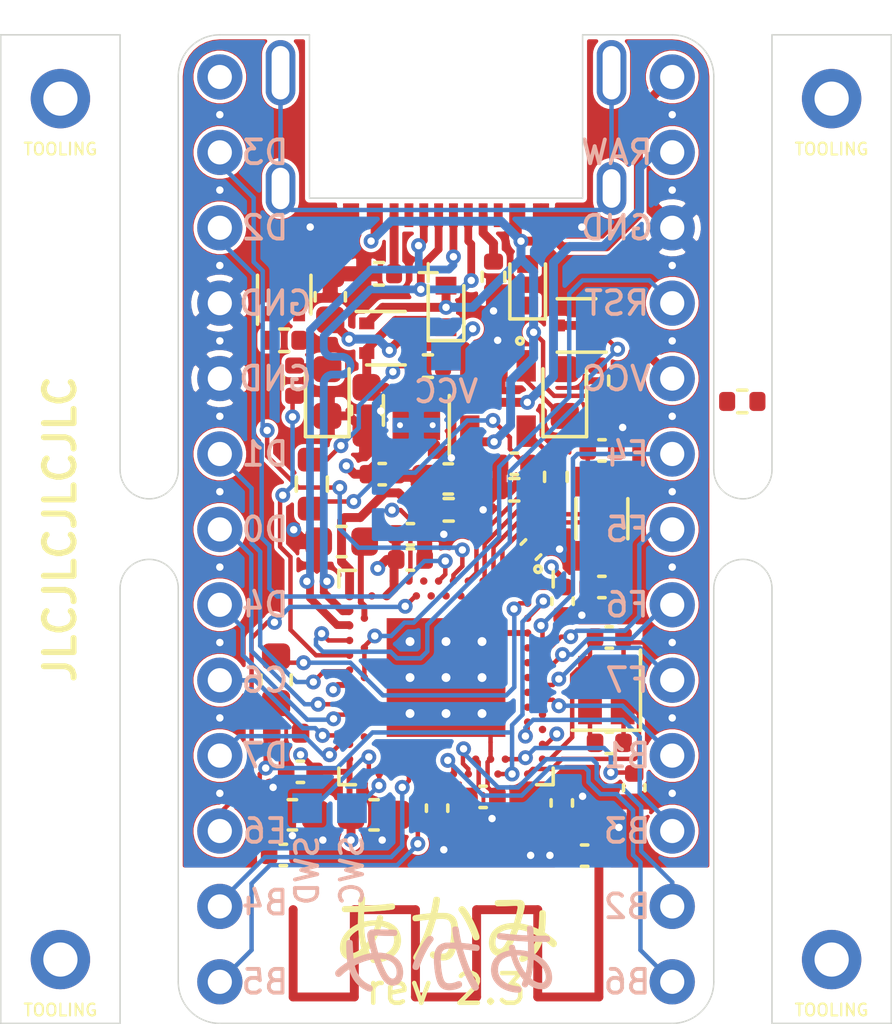
<source format=kicad_pcb>
(kicad_pcb (version 20171130) (host pcbnew "(5.1.9)-1")
  (layers (0 F.Cu signal) (1 In1.Cu power) (2 In2.Cu signal) (31 B.Cu signal) (34 B.Paste user) (35 F.Paste user) (36 B.SilkS user) (37 F.SilkS user) (38 B.Mask user) (39 F.Mask user) (44 Edge.Cuts user))
  (net 0 "")
  (net 1 VDD_NRF)
  (net 2 VSS_PA)
  (net 3 "Net-(C6-Pad1)")
  (net 4 "Net-(C7-Pad1)")
  (net 5 "Net-(C9-Pad2)")
  (net 6 "Net-(C10-Pad1)")
  (net 7 "Net-(C11-Pad1)")
  (net 8 "Net-(C12-Pad1)")
  (net 9 "Net-(C13-Pad1)")
  (net 10 VBUS)
  (net 11 "Net-(C15-Pad2)")
  (net 12 "Net-(C17-Pad2)")
  (net 13 "Net-(C18-Pad2)")
  (net 14 BAT_VOLT)
  (net 15 VBAT)
  (net 16 BLUE_LED)
  (net 17 "Net-(D3-Pad1)")
  (net 18 "Net-(J1-PadS1)")
  (net 19 USB_D+)
  (net 20 USB_D-)
  (net 21 "Net-(J1-PadA5)")
  (net 22 "Net-(J1-PadB5)")
  (net 23 "Net-(L2-Pad2)")
  (net 24 "Net-(L3-Pad2)")
  (net 25 "Net-(R7-Pad2)")
  (net 26 CHARGE_CTRL)
  (net 27 SWD)
  (net 28 SWC)
  (net 29 "Net-(U1-PadW24)")
  (net 30 "Net-(U1-PadY23)")
  (net 31 "Net-(U1-PadV23)")
  (net 32 "Net-(U1-PadT23)")
  (net 33 "Net-(U1-PadP23)")
  (net 34 "Net-(U1-PadA18)")
  (net 35 "Net-(U1-PadB17)")
  (net 36 "Net-(U1-PadB15)")
  (net 37 "Net-(U1-PadB13)")
  (net 38 "Net-(U1-PadB11)")
  (net 39 "Net-(U1-PadB9)")
  (net 40 RESET)
  (net 41 "Net-(U1-PadAC15)")
  (net 42 "Net-(U1-PadAC17)")
  (net 43 "Net-(U1-PadAC19)")
  (net 44 "Net-(U1-PadH2)")
  (net 45 "Net-(U1-PadK2)")
  (net 46 "Net-(U1-PadM2)")
  (net 47 "Net-(U1-PadP2)")
  (net 48 "Net-(U1-PadR1)")
  (net 49 "Net-(U1-PadU1)")
  (net 50 "Net-(U1-PadAC21)")
  (net 51 GND)
  (net 52 P0.09)
  (net 53 P0.10)
  (net 54 P1.10)
  (net 55 P1.11)
  (net 56 P1.13)
  (net 57 P1.15)
  (net 58 P0.02)
  (net 59 P0.29)
  (net 60 P0.31)
  (net 61 P1.04)
  (net 62 P1.06)
  (net 63 P0.11)
  (net 64 P1.00)
  (net 65 P0.24)
  (net 66 P0.22)
  (net 67 P0.20)
  (net 68 P0.17)
  (net 69 P0.06)
  (net 70 P0.08)
  (net 71 ANTENNA)
  (net 72 EXT_VCC)
  (net 73 "Net-(U3-Pad2)")
  (net 74 "Net-(C20-Pad2)")
  (net 75 PPH_VCC)
  (net 76 PPH_VCC_CTRL)
  (net 77 EXT_VCC_CTRL)
  (net 78 "Net-(U1-PadAB2)")
  (net 79 "Net-(D3-Pad2)")
  (net 80 "Net-(D1-Pad2)")
  (net 81 "Net-(R11-Pad1)")
  (module Package_TO_SOT_SMD:SOT-523 (layer F.Cu) (at -2.025 -6.43)
    (fp_text reference Q2)
    (fp_text value DMP21D0UT)
    (pad 2 smd rect (at -0.645 0.5 180) (size 0.51 0.4) (layers F.Cu F.Paste F.Mask) (net 74 "Net-(C20-Pad2)"))
    (pad 3 smd rect (at 0.645 0 180) (size 0.51 0.4) (layers F.Cu F.Paste F.Mask) (net 15 VBAT))
    (pad 1 smd rect (at -0.645 -0.5 180) (size 0.51 0.4) (layers F.Cu F.Paste F.Mask) (net 10 VBUS))
  )
  (module Resistor_SMD:R_0402_1005Metric (layer F.Cu) (at -5.45 -6.36 180)
    (fp_text reference R2)
    (fp_text value 100k)
    (pad 2 smd roundrect (at 0.51 0 180) (size 0.54 0.64) (layers F.Cu F.Paste F.Mask) (net 77 EXT_VCC_CTRL))
    (pad 1 smd roundrect (at -0.51 0 180) (size 0.54 0.64) (layers F.Cu F.Paste F.Mask) (net 1 VDD_NRF))
  )
  (module Resistor_SMD:R_0402_1005Metric (layer F.Cu) (at 9.98 -4.3)
    (fp_text reference R1)
    (fp_text value 100k)
    (pad 2 smd roundrect (at 0.51 0) (size 0.54 0.64) (layers F.Cu F.Paste F.Mask) (net 76 PPH_VCC_CTRL))
    (pad 1 smd roundrect (at -0.51 0) (size 0.54 0.64) (layers F.Cu F.Paste F.Mask) (net 1 VDD_NRF))
  )
  (module Package_TO_SOT_SMD:SOT-523 (layer F.Cu) (at -5.45 -7.9 90)
    (fp_text reference Q3)
    (fp_text value DMP21D0UT)
    (pad 2 smd rect (at -0.645 0.5 270) (size 0.51 0.4) (layers F.Cu F.Paste F.Mask) (net 1 VDD_NRF))
    (pad 3 smd rect (at 0.645 0 270) (size 0.51 0.4) (layers F.Cu F.Paste F.Mask) (net 72 EXT_VCC))
    (pad 1 smd rect (at -0.645 -0.5 270) (size 0.51 0.4) (layers F.Cu F.Paste F.Mask) (net 77 EXT_VCC_CTRL))
  )
  (module Package_TO_SOT_SMD:SOT-523 (layer F.Cu) (at 4.395 -6.86 180)
    (fp_text reference Q1)
    (fp_text value DMP21D0UT)
    (pad 2 smd rect (at -0.645 0.5) (size 0.51 0.4) (layers F.Cu F.Paste F.Mask) (net 1 VDD_NRF))
    (pad 3 smd rect (at 0.645 0) (size 0.51 0.4) (layers F.Cu F.Paste F.Mask) (net 75 PPH_VCC))
    (pad 1 smd rect (at -0.645 -0.5) (size 0.51 0.4) (layers F.Cu F.Paste F.Mask) (net 76 PPH_VCC_CTRL))
  )
  (module Diode_SMD:D_SOD-523 (layer F.Cu) (at 2.75 -8.23 90)
    (fp_text reference D4)
    (fp_text value MSK4010)
    (pad 1 smd rect (at -0.7 0 270) (size 0.6 0.7) (layers F.Cu F.Paste F.Mask) (net 1 VDD_NRF))
    (pad 2 smd rect (at 0.7 0 270) (size 0.6 0.7) (layers F.Cu F.Paste F.Mask) (net 72 EXT_VCC))
  )
  (module Package_SON:WSON-6-1EP_2x2mm_P0.65mm_EP1x1.6mm_ThermalVias (layer F.Cu) (at -1 -3.5 90)
    (fp_text reference U3)
    (fp_text value LP5912-3.3DRV)
    (pad 7 smd rect (at 0 0 90) (size 0.5 1.6) (layers B.Cu) (net 51 GND))
    (pad 7 thru_hole circle (at 0 0.55 90) (size 0.5 0.5) (drill 0.2) (layers *.Cu) (net 51 GND))
    (pad 7 thru_hole circle (at 0 -0.55 90) (size 0.5 0.5) (drill 0.2) (layers *.Cu) (net 51 GND))
    (pad 7 smd rect (at 0 0 90) (size 1 1.6) (layers F.Cu F.Mask) (net 51 GND))
    (pad 6 smd roundrect (at 0.8875 -0.65 90) (size 0.375 0.4) (layers F.Cu F.Paste F.Mask) (net 74 "Net-(C20-Pad2)"))
    (pad 5 smd roundrect (at 0.8875 0 90) (size 0.375 0.4) (layers F.Cu F.Paste F.Mask) (net 51 GND))
    (pad 4 smd roundrect (at 0.8875 0.65 90) (size 0.375 0.4) (layers F.Cu F.Paste F.Mask) (net 74 "Net-(C20-Pad2)"))
    (pad 3 smd roundrect (at -0.8875 0.65 90) (size 0.375 0.4) (layers F.Cu F.Paste F.Mask) (net 51 GND))
    (pad 2 smd roundrect (at -0.8875 0 90) (size 0.375 0.4) (layers F.Cu F.Paste F.Mask) (net 73 "Net-(U3-Pad2)"))
    (pad 1 smd roundrect (at -0.8875 -0.65 90) (size 0.375 0.4) (layers F.Cu F.Paste F.Mask) (net 1 VDD_NRF))
  )
  (module Diode_SMD:D_SOD-523 (layer F.Cu) (at 0 -7.5 90)
    (fp_text reference D2)
    (fp_text value MSK4010)
    (pad 1 smd rect (at -0.7 0 270) (size 0.6 0.7) (layers F.Cu F.Paste F.Mask) (net 74 "Net-(C20-Pad2)"))
    (pad 2 smd rect (at 0.7 0 270) (size 0.6 0.7) (layers F.Cu F.Paste F.Mask) (net 10 VBUS))
  )
  (module footprints:jlcpcb_tooling_hole (layer F.Cu) (at 12.99 14.5)
    (fp_text reference DUMMY8)
    (fp_text value tooling_hole)
    (fp_text user TOOLING (at 0 1.7) (layer F.SilkS) (effects (font (size 0.4 0.4) (thickness 0.07))))
    (pad "" np_thru_hole circle (at 0 0) (size 2 2) (drill 1.152) (layers *.Cu *.Mask))
  )
  (module footprints:jlcpcb_tooling_hole (layer F.Cu) (at 12.99 -14.5)
    (fp_text reference DUMMY7)
    (fp_text value tooling_hole)
    (fp_text user TOOLING (at 0 1.7) (layer F.SilkS) (effects (font (size 0.4 0.4) (thickness 0.07))))
    (pad "" np_thru_hole circle (at 0 0) (size 2 2) (drill 1.152) (layers *.Cu *.Mask))
  )
  (module footprints:jlcpcb_tooling_hole (layer F.Cu) (at -12.99 14.5)
    (fp_text reference DUMMY6)
    (fp_text value tooling_hole)
    (fp_text user TOOLING (at 0 1.7) (layer F.SilkS) (effects (font (size 0.4 0.4) (thickness 0.07))))
    (pad "" np_thru_hole circle (at 0 0) (size 2 2) (drill 1.152) (layers *.Cu *.Mask))
  )
  (module footprints:jlcpcb_tooling_hole (layer F.Cu) (at -12.99 -14.5)
    (fp_text reference DUMMY5)
    (fp_text value tooling_hole)
    (fp_text user TOOLING (at 0 1.7) (layer F.SilkS) (effects (font (size 0.4 0.4) (thickness 0.07))))
    (pad "" np_thru_hole circle (at 0 0) (size 2 2) (drill 1.152) (layers *.Cu *.Mask))
  )
  (module footprints:mouse-bite-2mm-slot-one-sided (layer F.Cu) (at -10 0 270)
    (fp_text reference DUMMY3 hide)
    (fp_text value mousebite_left hide)
    (pad "" np_thru_hole circle (at 0 -0.75 270) (size 0.5 0.5) (drill 0.5) (layers *.Cu *.Mask))
    (pad "" np_thru_hole circle (at 0.75 -0.75 270) (size 0.5 0.5) (drill 0.5) (layers *.Cu *.Mask))
    (pad "" np_thru_hole circle (at -0.75 -0.75 270) (size 0.5 0.5) (drill 0.5) (layers *.Cu *.Mask))
  )
  (module footprints:mouse-bite-2mm-slot-one-sided (layer F.Cu) (at 10 0 90)
    (fp_text reference DUMMY4 hide)
    (fp_text value mousebite_right hide)
    (pad "" np_thru_hole circle (at 0 -0.75 90) (size 0.5 0.5) (drill 0.5) (layers *.Cu *.Mask))
    (pad "" np_thru_hole circle (at 0.75 -0.75 90) (size 0.5 0.5) (drill 0.5) (layers *.Cu *.Mask))
    (pad "" np_thru_hole circle (at -0.75 -0.75 90) (size 0.5 0.5) (drill 0.5) (layers *.Cu *.Mask))
  )
  (module footprints:akami-logo (layer F.Cu) (at 0 13.5)
    (fp_text reference DUMMY1 hide)
    (fp_text value logo_front hide)
  )
  (module footprints:akami-logo (layer B.Cu) (at 0 14.5 180)
    (fp_text reference DUMMY2 hide)
    (fp_text value logo_back hide)
  )
  (module Capacitor_SMD:C_0402_1005Metric (layer F.Cu) (at -2.15 -1.85)
    (fp_text reference C24)
    (fp_text value 1uF)
    (pad 1 smd roundrect (at -0.48 0) (size 0.56 0.62) (layers F.Cu F.Paste F.Mask) (net 1 VDD_NRF))
    (pad 2 smd roundrect (at 0.48 0) (size 0.56 0.62) (layers F.Cu F.Paste F.Mask) (net 51 GND))
  )
  (module footprints:net-tie-2-tiny (layer F.Cu) (at 1.5 7.325 90)
    (fp_text reference NT1)
    (fp_text value Net-Tie_2)
    (fp_poly (pts (xy 0.15 0.075) (xy -0.15 0.075) (xy -0.15 -0.075) (xy 0.15 -0.075)) (layer F.Cu) (width 0))
    (pad 2 smd circle (at 0.15 0 90) (size 0.15 0.15) (layers F.Cu) (net 51 GND) (clearance 0.000001))
    (pad 1 smd circle (at -0.15 0 90) (size 0.15 0.15) (layers F.Cu) (net 2 VSS_PA) (clearance 0.000001))
  )
  (module footprints:promicro_no_silk (layer F.Cu) (at 0 1.28)
    (fp_text reference U4)
    (fp_text value ProMicro_2 hide)
    (fp_text user GND (at -5.75 -6.35 unlocked) (layer B.SilkS) (effects (font (size 0.8 0.8) (thickness 0.13)) (justify mirror)))
    (fp_text user GND (at -5.75 -8.89 unlocked) (layer B.SilkS) (effects (font (size 0.8 0.8) (thickness 0.13)) (justify mirror)))
    (fp_text user F6 (at 6.1 1.27 unlocked) (layer B.SilkS) (effects (font (size 0.8 0.8) (thickness 0.13)) (justify mirror)))
    (fp_text user F5 (at 6.1 -1.27 unlocked) (layer B.SilkS) (effects (font (size 0.8 0.8) (thickness 0.13)) (justify mirror)))
    (fp_text user RST (at 5.75 -8.89 unlocked) (layer B.SilkS) (effects (font (size 0.8 0.8) (thickness 0.13)) (justify mirror)))
    (fp_text user F7 (at 6.1 3.81 unlocked) (layer B.SilkS) (effects (font (size 0.8 0.8) (thickness 0.13)) (justify mirror)))
    (fp_text user B6 (at 6.1 13.97 unlocked) (layer B.SilkS) (effects (font (size 0.8 0.8) (thickness 0.13)) (justify mirror)))
    (fp_text user B1 (at 6.1 6.35 unlocked) (layer B.SilkS) (effects (font (size 0.8 0.8) (thickness 0.13)) (justify mirror)))
    (fp_text user F4 (at 6.1 -3.81 unlocked) (layer B.SilkS) (effects (font (size 0.8 0.8) (thickness 0.13)) (justify mirror)))
    (fp_text user VCC (at 5.75 -6.35 unlocked) (layer B.SilkS) (effects (font (size 0.8 0.8) (thickness 0.13)) (justify mirror)))
    (fp_text user B2 (at 6.1 11.43 unlocked) (layer B.SilkS) (effects (font (size 0.8 0.8) (thickness 0.13)) (justify mirror)))
    (fp_text user B3 (at 6.1 8.89 unlocked) (layer B.SilkS) (effects (font (size 0.8 0.8) (thickness 0.13)) (justify mirror)))
    (fp_text user RAW (at 5.75 -13.97 unlocked) (layer B.SilkS) (effects (font (size 0.8 0.8) (thickness 0.13)) (justify mirror)))
    (fp_text user B5 (at -6.1 13.97 unlocked) (layer B.SilkS) (effects (font (size 0.8 0.8) (thickness 0.13)) (justify mirror)))
    (fp_text user D7 (at -6.1 6.35 unlocked) (layer B.SilkS) (effects (font (size 0.8 0.8) (thickness 0.13)) (justify mirror)))
    (fp_text user E6 (at -6.1 8.89 unlocked) (layer B.SilkS) (effects (font (size 0.8 0.8) (thickness 0.13)) (justify mirror)))
    (fp_text user C6 (at -6.1 3.81 unlocked) (layer B.SilkS) (effects (font (size 0.8 0.8) (thickness 0.13)) (justify mirror)))
    (fp_text user D1 (at -6.1 -3.81 unlocked) (layer B.SilkS) (effects (font (size 0.8 0.8) (thickness 0.13)) (justify mirror)))
    (fp_text user D4 (at -6.1 1.27 unlocked) (layer B.SilkS) (effects (font (size 0.8 0.8) (thickness 0.13)) (justify mirror)))
    (fp_text user D2 (at -6.1 -11.43 unlocked) (layer B.SilkS) (effects (font (size 0.8 0.8) (thickness 0.13)) (justify mirror)))
    (fp_text user D0 (at -6.1 -1.27 unlocked) (layer B.SilkS) (effects (font (size 0.8 0.8) (thickness 0.13)) (justify mirror)))
    (fp_text user B4 (at -6.1 11.303 unlocked) (layer B.SilkS) (effects (font (size 0.8 0.8) (thickness 0.13)) (justify mirror)))
    (fp_text user D3 (at -6.1 -13.97 unlocked) (layer B.SilkS) (effects (font (size 0.8 0.8) (thickness 0.13)) (justify mirror)))
    (fp_text user GND (at 5.75 -11.43 unlocked) (layer B.SilkS) (effects (font (size 0.8 0.8) (thickness 0.13)) (justify mirror)))
    (pad 24 thru_hole circle (at 7.62 -13.97) (size 1.524 1.524) (drill 0.8128) (layers *.Cu *.Mask) (net 15 VBAT))
    (pad 23 thru_hole circle (at 7.62 -11.43) (size 1.524 1.524) (drill 0.8128) (layers *.Cu *.Mask) (net 51 GND))
    (pad 22 thru_hole circle (at 7.62 -8.89) (size 1.524 1.524) (drill 0.8128) (layers *.Cu *.Mask) (net 40 RESET))
    (pad 21 thru_hole circle (at 7.62 -6.35) (size 1.524 1.524) (drill 0.8128) (layers *.Cu *.Mask) (net 75 PPH_VCC))
    (pad 20 thru_hole circle (at 7.62 -3.81) (size 1.524 1.524) (drill 0.8128) (layers *.Cu *.Mask) (net 60 P0.31))
    (pad 19 thru_hole circle (at 7.62 -1.27) (size 1.524 1.524) (drill 0.8128) (layers *.Cu *.Mask) (net 59 P0.29))
    (pad 18 thru_hole circle (at 7.62 1.27) (size 1.524 1.524) (drill 0.8128) (layers *.Cu *.Mask) (net 58 P0.02))
    (pad 17 thru_hole circle (at 7.62 3.81) (size 1.524 1.524) (drill 0.8128) (layers *.Cu *.Mask) (net 57 P1.15))
    (pad 16 thru_hole circle (at 7.62 6.35) (size 1.524 1.524) (drill 0.8128) (layers *.Cu *.Mask) (net 56 P1.13))
    (pad 15 thru_hole circle (at 7.62 8.89) (size 1.524 1.524) (drill 0.8128) (layers *.Cu *.Mask) (net 55 P1.11))
    (pad 14 thru_hole circle (at 7.62 11.43) (size 1.524 1.524) (drill 0.8128) (layers *.Cu *.Mask) (net 53 P0.10))
    (pad 13 thru_hole circle (at 7.62 13.97) (size 1.524 1.524) (drill 0.8128) (layers *.Cu *.Mask) (net 52 P0.09))
    (pad 12 thru_hole circle (at -7.62 13.97) (size 1.524 1.524) (drill 0.8128) (layers *.Cu *.Mask) (net 62 P1.06))
    (pad 11 thru_hole circle (at -7.62 11.43) (size 1.524 1.524) (drill 0.8128) (layers *.Cu *.Mask) (net 61 P1.04))
    (pad 10 thru_hole circle (at -7.62 8.89) (size 1.524 1.524) (drill 0.8128) (layers *.Cu *.Mask) (net 63 P0.11))
    (pad 9 thru_hole circle (at -7.62 6.35) (size 1.524 1.524) (drill 0.8128) (layers *.Cu *.Mask) (net 64 P1.00))
    (pad 8 thru_hole circle (at -7.62 3.81) (size 1.524 1.524) (drill 0.8128) (layers *.Cu *.Mask) (net 65 P0.24))
    (pad 7 thru_hole circle (at -7.62 1.27) (size 1.524 1.524) (drill 0.8128) (layers *.Cu *.Mask) (net 66 P0.22))
    (pad 6 thru_hole circle (at -7.62 -1.27) (size 1.524 1.524) (drill 0.8128) (layers *.Cu *.Mask) (net 67 P0.20))
    (pad 5 thru_hole circle (at -7.62 -3.81) (size 1.524 1.524) (drill 0.8128) (layers *.Cu *.Mask) (net 68 P0.17))
    (pad 4 thru_hole circle (at -7.62 -6.35) (size 1.524 1.524) (drill 0.8128) (layers *.Cu *.Mask) (net 51 GND))
    (pad 3 thru_hole circle (at -7.62 -8.89) (size 1.524 1.524) (drill 0.8128) (layers *.Cu *.Mask) (net 51 GND))
    (pad 2 thru_hole circle (at -7.62 -11.43) (size 1.524 1.524) (drill 0.8128) (layers *.Cu *.Mask) (net 70 P0.08))
    (pad 1 thru_hole circle (at -7.62 -13.97) (size 1.524 1.524) (drill 0.8128) (layers *.Cu *.Mask) (net 69 P0.06))
  )
  (module Package_TO_SOT_SMD:SOT-23-5 (layer F.Cu) (at 1.75 -4.4 270)
    (fp_text reference U2)
    (fp_text value TP4054)
    (pad 5 smd rect (at 1.1 -0.95 270) (size 1.06 0.65) (layers F.Cu F.Paste F.Mask) (net 25 "Net-(R7-Pad2)"))
    (pad 4 smd rect (at 1.1 0.95 270) (size 1.06 0.65) (layers F.Cu F.Paste F.Mask) (net 10 VBUS))
    (pad 3 smd rect (at -1.1 0.95 270) (size 1.06 0.65) (layers F.Cu F.Paste F.Mask) (net 15 VBAT))
    (pad 2 smd rect (at -1.1 0 270) (size 1.06 0.65) (layers F.Cu F.Paste F.Mask) (net 51 GND))
    (pad 1 smd rect (at -1.1 -0.95 270) (size 1.06 0.65) (layers F.Cu F.Paste F.Mask) (net 17 "Net-(D3-Pad1)"))
  )
  (module Crystal:Crystal_SMD_3215-2Pin_3.2x1.5mm (layer F.Cu) (at 5.25 -0.35 270)
    (fp_text reference Y2)
    (fp_text value "32.768 kHz")
    (pad 1 smd rect (at 1.25 0 270) (size 1 1.8) (layers F.Cu F.Paste F.Mask) (net 12 "Net-(C17-Pad2)"))
    (pad 2 smd rect (at -1.25 0 270) (size 1 1.8) (layers F.Cu F.Paste F.Mask) (net 13 "Net-(C18-Pad2)"))
  )
  (module footprints:1pin_conn (layer F.Cu) (at 7.62 -15.23)
    (fp_text reference J2)
    (fp_text value Conn_01x01 hide)
    (pad 1 thru_hole circle (at 0 0) (size 1.524 1.524) (drill 0.8128) (layers *.Cu *.Mask) (net 10 VBUS))
  )
  (module footprints:1pin_conn (layer F.Cu) (at -7.62 -15.23)
    (fp_text reference J3)
    (fp_text value Conn_01x01 hide)
    (pad 1 thru_hole circle (at 0 0) (size 1.524 1.524) (drill 0.8128) (layers *.Cu *.Mask) (net 72 EXT_VCC))
  )
  (module footprints:circular-pad-0.3mm (layer F.Cu) (at -5.15 12.82)
    (fp_text reference TP4)
    (fp_text value TestPoint)
    (pad 1 connect circle (at 0 0) (size 0.3 0.3) (layers F.Cu) (net 71 ANTENNA))
  )
  (module TestPoint:TestPoint_Pad_1.0x1.0mm (layer B.Cu) (at 0 -5.85)
    (fp_text reference TP3)
    (fp_text value TestPoint)
    (pad 1 smd rect (at 0 0) (size 1 1) (layers B.Cu B.Mask) (net 1 VDD_NRF))
  )
  (module Resistor_SMD:R_0603_1608Metric (layer F.Cu) (at -4.52 -1.515 270)
    (fp_text reference R11)
    (fp_text value 3M)
    (pad 2 smd roundrect (at 0.825 0 270) (size 0.8 0.95) (layers F.Cu F.Paste F.Mask) (net 14 BAT_VOLT))
    (pad 1 smd roundrect (at -0.825 0 270) (size 0.8 0.95) (layers F.Cu F.Paste F.Mask) (net 81 "Net-(R11-Pad1)"))
  )
  (module Capacitor_SMD:C_0603_1608Metric (layer F.Cu) (at -5.175 9.625 180)
    (fp_text reference C16)
    (fp_text value 47nF)
    (pad 2 smd roundrect (at 0.775 0 180) (size 0.9 0.95) (layers F.Cu F.Paste F.Mask) (net 11 "Net-(C15-Pad2)"))
    (pad 1 smd roundrect (at -0.775 0 180) (size 0.9 0.95) (layers F.Cu F.Paste F.Mask) (net 51 GND))
  )
  (module TestPoint:TestPoint_Pad_1.0x1.0mm (layer B.Cu) (at -3.17 9.4)
    (fp_text reference TP1)
    (fp_text value TestPoint)
    (pad 1 smd rect (at 0 0) (size 1 1) (layers B.Cu B.Mask) (net 28 SWC))
  )
  (module TestPoint:TestPoint_Pad_1.0x1.0mm (layer B.Cu) (at -4.68 9.4)
    (fp_text reference TP2)
    (fp_text value TestPoint)
    (pad 1 smd rect (at 0 0) (size 1 1) (layers B.Cu B.Mask) (net 27 SWD))
  )
  (module Capacitor_SMD:C_0402_1005Metric (layer F.Cu) (at 3.9 9.225 270)
    (fp_text reference C22)
    (fp_text value 1.5pF)
    (pad 2 smd roundrect (at 0.48 0 270) (size 0.56 0.62) (layers F.Cu F.Paste F.Mask) (net 71 ANTENNA))
    (pad 1 smd roundrect (at -0.48 0 270) (size 0.56 0.62) (layers F.Cu F.Paste F.Mask) (net 51 GND))
  )
  (module Resistor_SMD:R_0402_1005Metric (layer F.Cu) (at 2.3 -1.325 180)
    (fp_text reference R4)
    (fp_text value 10M)
    (pad 1 smd roundrect (at -0.51 0 180) (size 0.54 0.64) (layers F.Cu F.Paste F.Mask) (net 14 BAT_VOLT))
    (pad 2 smd roundrect (at 0.51 0 180) (size 0.54 0.64) (layers F.Cu F.Paste F.Mask) (net 51 GND))
  )
  (module Resistor_SMD:R_0402_1005Metric (layer F.Cu) (at -0.61 -5.49 180)
    (fp_text reference R3)
    (fp_text value 1M)
    (pad 2 smd roundrect (at 0.51 0 180) (size 0.54 0.64) (layers F.Cu F.Paste F.Mask) (net 81 "Net-(R11-Pad1)"))
    (pad 1 smd roundrect (at -0.51 0 180) (size 0.54 0.64) (layers F.Cu F.Paste F.Mask) (net 15 VBAT))
  )
  (module Resistor_SMD:R_0402_1005Metric (layer F.Cu) (at -2.26 -8.6 180)
    (fp_text reference R10)
    (fp_text value 5.1k)
    (pad 2 smd roundrect (at 0.51 0 180) (size 0.54 0.64) (layers F.Cu F.Paste F.Mask) (net 51 GND))
    (pad 1 smd roundrect (at -0.51 0 180) (size 0.54 0.64) (layers F.Cu F.Paste F.Mask) (net 22 "Net-(J1-PadB5)"))
  )
  (module Crystal:Crystal_SMD_2016-4Pin_2.0x1.6mm (layer F.Cu) (at 5.4 5.425 90)
    (fp_text reference Y1)
    (fp_text value 32MHz)
    (pad 4 smd rect (at -0.7 -0.55 90) (size 0.9 0.8) (layers F.Cu F.Paste F.Mask) (net 51 GND))
    (pad 3 smd rect (at 0.7 -0.55 90) (size 0.9 0.8) (layers F.Cu F.Paste F.Mask) (net 4 "Net-(C7-Pad1)"))
    (pad 2 smd rect (at 0.7 0.55 90) (size 0.9 0.8) (layers F.Cu F.Paste F.Mask) (net 51 GND))
    (pad 1 smd rect (at -0.7 0.55 90) (size 0.9 0.8) (layers F.Cu F.Paste F.Mask) (net 3 "Net-(C6-Pad1)"))
  )
  (module footprints:USB-C_C168688 (layer F.Cu) (at 0.0003 -17.5732)
    (fp_text reference J1 hide)
    (fp_text value USB_C_Receptacle_USB2.0)
    (pad B5 smd rect (at -1.75 7) (size 0.3 0.8) (layers F.Cu F.Paste F.Mask) (net 22 "Net-(J1-PadB5)") (clearance 0.15))
    (pad A5 smd rect (at 1.25 7) (size 0.3 0.8) (layers F.Cu F.Paste F.Mask) (net 21 "Net-(J1-PadA5)") (clearance 0.15))
    (pad A6 smd rect (at 0.25 7) (size 0.3 0.8) (layers F.Cu F.Paste F.Mask) (net 19 USB_D+) (clearance 0.15))
    (pad A7 smd rect (at -0.25 7) (size 0.3 0.8) (layers F.Cu F.Paste F.Mask) (net 20 USB_D-) (clearance 0.15))
    (pad B7 smd rect (at 0.75 7) (size 0.3 0.8) (layers F.Cu F.Paste F.Mask) (net 20 USB_D-) (clearance 0.15))
    (pad B6 smd rect (at -0.75 7) (size 0.3 0.8) (layers F.Cu F.Paste F.Mask) (net 19 USB_D+) (clearance 0.15))
    (pad A4 smd rect (at -2.4 7) (size 0.54 0.8) (layers F.Cu F.Paste F.Mask) (net 10 VBUS) (clearance 0.15))
    (pad A4 smd rect (at 2.4 7) (size 0.54 0.8) (layers F.Cu F.Paste F.Mask) (net 10 VBUS) (clearance 0.15))
    (pad A1 smd rect (at 3.2 7) (size 0.54 0.8) (layers F.Cu F.Paste F.Mask) (net 51 GND) (clearance 0.15))
    (pad A1 smd rect (at -3.2 7) (size 0.54 0.8) (layers F.Cu F.Paste F.Mask) (net 51 GND) (clearance 0.15))
    (pad S1 thru_hole oval (at -5.5753 6.1) (size 1 1.8) (drill oval 0.6 1.4) (layers *.Cu *.Mask) (net 18 "Net-(J1-PadS1)"))
    (pad S1 thru_hole oval (at 5.5753 6.1) (size 1 1.8) (drill oval 0.6 1.3) (layers *.Cu *.Mask) (net 18 "Net-(J1-PadS1)"))
    (pad S1 thru_hole oval (at 5.5753 2.2) (size 1 2.2) (drill oval 0.6 1.8) (layers *.Cu *.Mask) (net 18 "Net-(J1-PadS1)"))
    (pad S1 thru_hole oval (at -5.5753 2.2) (size 1 2.2) (drill oval 0.6 1.8) (layers *.Cu *.Mask) (net 18 "Net-(J1-PadS1)"))
    (pad A8 smd rect (at -1.25 7) (size 0.3 0.8) (layers F.Cu F.Paste F.Mask) (clearance 0.15))
    (pad B8 smd rect (at 1.758 7) (size 0.3 0.8) (layers F.Cu F.Paste F.Mask) (clearance 0.15))
  )
  (module Package_DFN_QFN:Nordic_AQFN-73-1EP_7x7mm_P0.5mm (layer F.Cu) (at 0 5 270)
    (fp_text reference U1)
    (fp_text value nRF52840)
    (pad EP smd rect (at 0 0 90) (size 4 4) (layers F.Cu F.Mask) (net 51 GND))
    (pad B24 smd circle (at 3.25 -2.75 90) (size 0.25 0.25) (layers F.Cu F.Paste F.Mask) (net 3 "Net-(C6-Pad1)"))
    (pad D23 smd circle (at 2.75 -2 90) (size 0.25 0.25) (layers F.Cu F.Paste F.Mask) (net 7 "Net-(C11-Pad1)"))
    (pad A8 smd circle (at -1.25 -3.25 90) (size 0.25 0.25) (layers F.Cu F.Paste F.Mask) (net 60 P0.31))
    (pad B3 smd circle (at -2.5 -2.75 90) (size 0.25 0.25) (layers F.Cu F.Paste F.Mask) (net 24 "Net-(L3-Pad2)"))
    (pad AC21 smd circle (at 2 2.75 90) (size 0.25 0.25) (layers F.Cu F.Paste F.Mask) (net 50 "Net-(U1-PadAC21)"))
    (pad AD23 smd circle (at 2.75 3.25 90) (size 0.25 0.25) (layers F.Cu F.Paste F.Mask) (net 1 VDD_NRF))
    (pad AD2 smd circle (at -2.75 3.25 90) (size 0.25 0.25) (layers F.Cu F.Paste F.Mask) (net 10 VBUS))
    (pad AB2 smd circle (at -2.75 2.5 90) (size 0.25 0.25) (layers F.Cu F.Paste F.Mask) (net 78 "Net-(U1-PadAB2)"))
    (pad Y2 smd circle (at -2.75 2 90) (size 0.25 0.25) (layers F.Cu F.Paste F.Mask) (net 1 VDD_NRF))
    (pad W1 smd circle (at -3.25 1.75 90) (size 0.25 0.25) (layers F.Cu F.Paste F.Mask) (net 1 VDD_NRF))
    (pad U1 smd circle (at -3.25 1.25 90) (size 0.25 0.25) (layers F.Cu F.Paste F.Mask) (net 49 "Net-(U1-PadU1)"))
    (pad R1 smd circle (at -3.25 0.75 90) (size 0.25 0.25) (layers F.Cu F.Paste F.Mask) (net 48 "Net-(U1-PadR1)"))
    (pad N1 smd circle (at -3.25 0.25 90) (size 0.25 0.25) (layers F.Cu F.Paste F.Mask) (net 70 P0.08))
    (pad L1 smd circle (at -3.25 -0.25 90) (size 0.25 0.25) (layers F.Cu F.Paste F.Mask) (net 69 P0.06))
    (pad J1 smd circle (at -3.25 -0.75 90) (size 0.25 0.25) (layers F.Cu F.Paste F.Mask) (net 14 BAT_VOLT))
    (pad G1 smd circle (at -3.25 -1.25 90) (size 0.25 0.25) (layers F.Cu F.Paste F.Mask) (net 26 CHARGE_CTRL))
    (pad T2 smd circle (at -2.75 1 90) (size 0.25 0.25) (layers F.Cu F.Paste F.Mask) (net 63 P0.11))
    (pad P2 smd circle (at -2.75 0.5 90) (size 0.25 0.25) (layers F.Cu F.Paste F.Mask) (net 47 "Net-(U1-PadP2)"))
    (pad M2 smd circle (at -2.75 0 90) (size 0.25 0.25) (layers F.Cu F.Paste F.Mask) (net 46 "Net-(U1-PadM2)"))
    (pad K2 smd circle (at -2.75 -0.5 90) (size 0.25 0.25) (layers F.Cu F.Paste F.Mask) (net 45 "Net-(U1-PadK2)"))
    (pad H2 smd circle (at -2.75 -1 90) (size 0.25 0.25) (layers F.Cu F.Paste F.Mask) (net 44 "Net-(U1-PadH2)"))
    (pad F2 smd circle (at -2.75 -1.5 90) (size 0.25 0.25) (layers F.Cu F.Paste F.Mask) (net 13 "Net-(C18-Pad2)"))
    (pad C1 smd circle (at -3.25 -2.25 90) (size 0.25 0.25) (layers F.Cu F.Paste F.Mask) (net 6 "Net-(C10-Pad1)"))
    (pad D2 smd circle (at -2.75 -2 90) (size 0.25 0.25) (layers F.Cu F.Paste F.Mask) (net 12 "Net-(C17-Pad2)"))
    (pad B1 smd circle (at -3.25 -2.75 90) (size 0.25 0.25) (layers F.Cu F.Paste F.Mask) (net 1 VDD_NRF))
    (pad AD4 smd circle (at -2.25 3.25 90) (size 0.25 0.25) (layers F.Cu F.Paste F.Mask) (net 20 USB_D-))
    (pad AD6 smd circle (at -1.75 3.25 90) (size 0.25 0.25) (layers F.Cu F.Paste F.Mask) (net 19 USB_D+))
    (pad AD8 smd circle (at -1.25 3.25 90) (size 0.25 0.25) (layers F.Cu F.Paste F.Mask) (net 76 PPH_VCC_CTRL))
    (pad AD10 smd circle (at -0.75 3.25 90) (size 0.25 0.25) (layers F.Cu F.Paste F.Mask) (net 16 BLUE_LED))
    (pad AD12 smd circle (at -0.25 3.25 90) (size 0.25 0.25) (layers F.Cu F.Paste F.Mask) (net 68 P0.17))
    (pad AD14 smd circle (at 0.25 3.25 90) (size 0.25 0.25) (layers F.Cu F.Paste F.Mask) (net 1 VDD_NRF))
    (pad AD16 smd circle (at 0.75 3.25 90) (size 0.25 0.25) (layers F.Cu F.Paste F.Mask) (net 67 P0.20))
    (pad AD18 smd circle (at 1.25 3.25 90) (size 0.25 0.25) (layers F.Cu F.Paste F.Mask) (net 66 P0.22))
    (pad AD20 smd circle (at 1.75 3.25 90) (size 0.25 0.25) (layers F.Cu F.Paste F.Mask) (net 65 P0.24))
    (pad AD22 smd circle (at 2.25 3.25 90) (size 0.25 0.25) (layers F.Cu F.Paste F.Mask) (net 64 P1.00))
    (pad AC19 smd circle (at 1.5 2.75 90) (size 0.25 0.25) (layers F.Cu F.Paste F.Mask) (net 43 "Net-(U1-PadAC19)"))
    (pad AC17 smd circle (at 1 2.75 90) (size 0.25 0.25) (layers F.Cu F.Paste F.Mask) (net 42 "Net-(U1-PadAC17)"))
    (pad AC15 smd circle (at 0.5 2.75 90) (size 0.25 0.25) (layers F.Cu F.Paste F.Mask) (net 41 "Net-(U1-PadAC15)"))
    (pad AC13 smd circle (at 0 2.75 90) (size 0.25 0.25) (layers F.Cu F.Paste F.Mask) (net 40 RESET))
    (pad AC11 smd circle (at -0.5 2.75 90) (size 0.25 0.25) (layers F.Cu F.Paste F.Mask) (net 40 RESET))
    (pad AC9 smd circle (at -1 2.75 90) (size 0.25 0.25) (layers F.Cu F.Paste F.Mask) (net 40 RESET))
    (pad AC5 smd circle (at -2 2.75 90) (size 0.25 0.25) (layers F.Cu F.Paste F.Mask) (net 9 "Net-(C13-Pad1)"))
    (pad B5 smd circle (at -2 -2.75 90) (size 0.25 0.25) (layers F.Cu F.Paste F.Mask) (net 11 "Net-(C15-Pad2)"))
    (pad B7 smd circle (at -1.5 -2.75 90) (size 0.25 0.25) (layers F.Cu F.Paste F.Mask) (net 51 GND))
    (pad B9 smd circle (at -1 -2.75 90) (size 0.25 0.25) (layers F.Cu F.Paste F.Mask) (net 39 "Net-(U1-PadB9)"))
    (pad B11 smd circle (at -0.5 -2.75 90) (size 0.25 0.25) (layers F.Cu F.Paste F.Mask) (net 38 "Net-(U1-PadB11)"))
    (pad B13 smd circle (at 0 -2.75 90) (size 0.25 0.25) (layers F.Cu F.Paste F.Mask) (net 37 "Net-(U1-PadB13)"))
    (pad B15 smd circle (at 0.5 -2.75 90) (size 0.25 0.25) (layers F.Cu F.Paste F.Mask) (net 36 "Net-(U1-PadB15)"))
    (pad B17 smd circle (at 1 -2.75 90) (size 0.25 0.25) (layers F.Cu F.Paste F.Mask) (net 35 "Net-(U1-PadB17)"))
    (pad B19 smd circle (at 1.5 -2.75 90) (size 0.25 0.25) (layers F.Cu F.Paste F.Mask) (net 55 P1.11))
    (pad A10 smd circle (at -0.75 -3.25 90) (size 0.25 0.25) (layers F.Cu F.Paste F.Mask) (net 59 P0.29))
    (pad A12 smd circle (at -0.25 -3.25 90) (size 0.25 0.25) (layers F.Cu F.Paste F.Mask) (net 58 P0.02))
    (pad A14 smd circle (at 0.25 -3.25 90) (size 0.25 0.25) (layers F.Cu F.Paste F.Mask) (net 57 P1.15))
    (pad A16 smd circle (at 0.75 -3.25 90) (size 0.25 0.25) (layers F.Cu F.Paste F.Mask) (net 56 P1.13))
    (pad A18 smd circle (at 1.25 -3.25 90) (size 0.25 0.25) (layers F.Cu F.Paste F.Mask) (net 34 "Net-(U1-PadA18)"))
    (pad A20 smd circle (at 1.75 -3.25 90) (size 0.25 0.25) (layers F.Cu F.Paste F.Mask) (net 54 P1.10))
    (pad A22 smd circle (at 2.25 -3.25 90) (size 0.25 0.25) (layers F.Cu F.Paste F.Mask) (net 1 VDD_NRF))
    (pad A23 smd circle (at 2.75 -3.25 90) (size 0.25 0.25) (layers F.Cu F.Paste F.Mask) (net 4 "Net-(C7-Pad1)"))
    (pad F23 smd circle (at 2.75 -1.5 90) (size 0.25 0.25) (layers F.Cu F.Paste F.Mask) (net 2 VSS_PA))
    (pad H23 smd circle (at 2.75 -1 90) (size 0.25 0.25) (layers F.Cu F.Paste F.Mask) (net 5 "Net-(C9-Pad2)"))
    (pad P23 smd circle (at 2.75 0.5 90) (size 0.25 0.25) (layers F.Cu F.Paste F.Mask) (net 33 "Net-(U1-PadP23)"))
    (pad T23 smd circle (at 2.75 1 90) (size 0.25 0.25) (layers F.Cu F.Paste F.Mask) (net 32 "Net-(U1-PadT23)"))
    (pad V23 smd circle (at 2.75 1.5 90) (size 0.25 0.25) (layers F.Cu F.Paste F.Mask) (net 31 "Net-(U1-PadV23)"))
    (pad Y23 smd circle (at 2.75 2 90) (size 0.25 0.25) (layers F.Cu F.Paste F.Mask) (net 30 "Net-(U1-PadY23)"))
    (pad E24 smd circle (at 3.25 -1.75 90) (size 0.25 0.25) (layers F.Cu F.Paste F.Mask) (net 11 "Net-(C15-Pad2)"))
    (pad J24 smd circle (at 3.25 -0.75 90) (size 0.25 0.25) (layers F.Cu F.Paste F.Mask) (net 53 P0.10))
    (pad L24 smd circle (at 3.25 -0.25 90) (size 0.25 0.25) (layers F.Cu F.Paste F.Mask) (net 52 P0.09))
    (pad N24 smd circle (at 3.25 0.25 90) (size 0.25 0.25) (layers F.Cu F.Paste F.Mask) (net 8 "Net-(C12-Pad1)"))
    (pad R24 smd circle (at 3.25 0.75 90) (size 0.25 0.25) (layers F.Cu F.Paste F.Mask) (net 62 P1.06))
    (pad U24 smd circle (at 3.25 1.25 90) (size 0.25 0.25) (layers F.Cu F.Paste F.Mask) (net 61 P1.04))
    (pad W24 smd circle (at 3.25 1.75 90) (size 0.25 0.25) (layers F.Cu F.Paste F.Mask) (net 29 "Net-(U1-PadW24)"))
    (pad AA24 smd circle (at 3.25 2.25 90) (size 0.25 0.25) (layers F.Cu F.Paste F.Mask) (net 28 SWC))
    (pad AC24 smd circle (at 3.25 2.75 90) (size 0.25 0.25) (layers F.Cu F.Paste F.Mask) (net 27 SWD))
  )
  (module Resistor_SMD:R_0402_1005Metric (layer F.Cu) (at 1.6 -8.5 270)
    (fp_text reference R9)
    (fp_text value 5.1k)
    (pad 2 smd roundrect (at 0.51 0 270) (size 0.54 0.64) (layers F.Cu F.Paste F.Mask) (net 51 GND))
    (pad 1 smd roundrect (at -0.51 0 270) (size 0.54 0.64) (layers F.Cu F.Paste F.Mask) (net 21 "Net-(J1-PadA5)"))
  )
  (module Resistor_SMD:R_0402_1005Metric (layer F.Cu) (at 5.1 -5 270)
    (fp_text reference R8)
    (fp_text value 1k)
    (pad 2 smd roundrect (at 0.51 0 270) (size 0.54 0.64) (layers F.Cu F.Paste F.Mask) (net 10 VBUS))
    (pad 1 smd roundrect (at -0.51 0 270) (size 0.54 0.64) (layers F.Cu F.Paste F.Mask) (net 79 "Net-(D3-Pad2)"))
  )
  (module Resistor_SMD:R_0402_1005Metric (layer F.Cu) (at 3.7 -1.76 90)
    (fp_text reference R7)
    (fp_text value 10k)
    (pad 2 smd roundrect (at 0.51 0 90) (size 0.54 0.64) (layers F.Cu F.Paste F.Mask) (net 25 "Net-(R7-Pad2)"))
    (pad 1 smd roundrect (at -0.51 0 90) (size 0.54 0.64) (layers F.Cu F.Paste F.Mask) (net 26 CHARGE_CTRL))
  )
  (module Resistor_SMD:R_0402_1005Metric (layer F.Cu) (at 0.09 -0.65)
    (fp_text reference R6)
    (fp_text value 100k)
    (pad 2 smd roundrect (at 0.51 0) (size 0.54 0.64) (layers F.Cu F.Paste F.Mask) (net 51 GND))
    (pad 1 smd roundrect (at -0.51 0) (size 0.54 0.64) (layers F.Cu F.Paste F.Mask) (net 10 VBUS))
  )
  (module Resistor_SMD:R_0402_1005Metric (layer F.Cu) (at -5.1 -5 270)
    (fp_text reference R5)
    (fp_text value 1k)
    (pad 1 smd roundrect (at -0.51 0 270) (size 0.54 0.64) (layers F.Cu F.Paste F.Mask) (net 80 "Net-(D1-Pad2)"))
    (pad 2 smd roundrect (at 0.51 0 270) (size 0.54 0.64) (layers F.Cu F.Paste F.Mask) (net 16 BLUE_LED))
  )
  (module Inductor_SMD:L_0603_1608Metric (layer F.Cu) (at -5.725 5.075 90)
    (fp_text reference L3)
    (fp_text value 10uH)
    (pad 2 smd roundrect (at 0.7875 0 90) (size 0.875 0.95) (layers F.Cu F.Paste F.Mask) (net 24 "Net-(L3-Pad2)"))
    (pad 1 smd roundrect (at -0.7875 0 90) (size 0.875 0.95) (layers F.Cu F.Paste F.Mask) (net 23 "Net-(L2-Pad2)"))
  )
  (module Inductor_SMD:L_0402_1005Metric (layer F.Cu) (at -5.385 6.875)
    (fp_text reference L2)
    (fp_text value 15nH)
    (pad 2 smd roundrect (at 0.485 0) (size 0.59 0.64) (layers F.Cu F.Paste F.Mask) (net 23 "Net-(L2-Pad2)"))
    (pad 1 smd roundrect (at -0.485 0) (size 0.59 0.64) (layers F.Cu F.Paste F.Mask) (net 11 "Net-(C15-Pad2)"))
  )
  (module Inductor_SMD:L_0402_1005Metric (layer F.Cu) (at 0.8 10.335 90)
    (fp_text reference L1)
    (fp_text value 3.9nH)
    (pad 2 smd roundrect (at 0.485 0 90) (size 0.59 0.64) (layers F.Cu F.Paste F.Mask) (net 5 "Net-(C9-Pad2)"))
    (pad 1 smd roundrect (at -0.485 0 90) (size 0.59 0.64) (layers F.Cu F.Paste F.Mask) (net 71 ANTENNA))
  )
  (module LED_SMD:LED_0603_1608Metric (layer F.Cu) (at 4 -4.6 90)
    (fp_text reference D3)
    (fp_text value ORANGE)
    (pad 2 smd roundrect (at 0.7875 0 90) (size 0.875 0.95) (layers F.Cu F.Paste F.Mask) (net 79 "Net-(D3-Pad2)"))
    (pad 1 smd roundrect (at -0.7875 0 90) (size 0.875 0.95) (layers F.Cu F.Paste F.Mask) (net 17 "Net-(D3-Pad1)"))
  )
  (module LED_SMD:LED_0603_1608Metric (layer F.Cu) (at -4 -4.6 90)
    (fp_text reference D1)
    (fp_text value BLUE)
    (pad 2 smd roundrect (at 0.7875 0 90) (size 0.875 0.95) (layers F.Cu F.Paste F.Mask) (net 80 "Net-(D1-Pad2)"))
    (pad 1 smd roundrect (at -0.7875 0 90) (size 0.875 0.95) (layers F.Cu F.Paste F.Mask) (net 51 GND))
  )
  (module Capacitor_SMD:C_0603_1608Metric (layer F.Cu) (at -3.9 -7.825 270)
    (fp_text reference C21)
    (fp_text value 4.7uF)
    (pad 2 smd roundrect (at 0.775 0 270) (size 0.9 0.95) (layers F.Cu F.Paste F.Mask) (net 15 VBAT))
    (pad 1 smd roundrect (at -0.775 0 270) (size 0.9 0.95) (layers F.Cu F.Paste F.Mask) (net 51 GND))
  )
  (module Capacitor_SMD:C_0603_1608Metric (layer F.Cu) (at -2.675 -4 90)
    (fp_text reference C20)
    (fp_text value 4.7uF)
    (pad 2 smd roundrect (at 0.775 0 90) (size 0.9 0.95) (layers F.Cu F.Paste F.Mask) (net 74 "Net-(C20-Pad2)"))
    (pad 1 smd roundrect (at -0.775 0 90) (size 0.9 0.95) (layers F.Cu F.Paste F.Mask) (net 51 GND))
  )
  (module Capacitor_SMD:C_0402_1005Metric (layer F.Cu) (at 2.3 -2.2)
    (fp_text reference C19)
    (fp_text value 10nF)
    (pad 1 smd roundrect (at -0.48 0) (size 0.56 0.62) (layers F.Cu F.Paste F.Mask) (net 51 GND))
    (pad 2 smd roundrect (at 0.48 0) (size 0.56 0.62) (layers F.Cu F.Paste F.Mask) (net 14 BAT_VOLT))
  )
  (module Capacitor_SMD:C_0402_1005Metric (layer F.Cu) (at 5.255 -2.65 180)
    (fp_text reference C18)
    (fp_text value 15pF)
    (pad 1 smd roundrect (at -0.48 0 180) (size 0.56 0.62) (layers F.Cu F.Paste F.Mask) (net 51 GND))
    (pad 2 smd roundrect (at 0.48 0 180) (size 0.56 0.62) (layers F.Cu F.Paste F.Mask) (net 13 "Net-(C18-Pad2)"))
  )
  (module Capacitor_SMD:C_0402_1005Metric (layer F.Cu) (at 5.25 1.95 180)
    (fp_text reference C17)
    (fp_text value 15pF)
    (pad 2 smd roundrect (at 0.48 0 180) (size 0.56 0.62) (layers F.Cu F.Paste F.Mask) (net 12 "Net-(C17-Pad2)"))
    (pad 1 smd roundrect (at -0.48 0 180) (size 0.56 0.62) (layers F.Cu F.Paste F.Mask) (net 51 GND))
  )
  (module Capacitor_SMD:C_0402_1005Metric (layer F.Cu) (at -5.48 10.975 180)
    (fp_text reference C15)
    (fp_text value 1uF)
    (pad 2 smd roundrect (at 0.48 0 180) (size 0.56 0.62) (layers F.Cu F.Paste F.Mask) (net 11 "Net-(C15-Pad2)"))
    (pad 1 smd roundrect (at -0.48 0 180) (size 0.56 0.62) (layers F.Cu F.Paste F.Mask) (net 51 GND))
  )
  (module Capacitor_SMD:C_0603_1608Metric (layer F.Cu) (at 0.075 -1.69)
    (fp_text reference C14)
    (fp_text value 4.7uF)
    (pad 1 smd roundrect (at -0.775 0) (size 0.9 0.95) (layers F.Cu F.Paste F.Mask) (net 51 GND))
    (pad 2 smd roundrect (at 0.775 0) (size 0.9 0.95) (layers F.Cu F.Paste F.Mask) (net 10 VBUS))
  )
  (module Capacitor_SMD:C_0603_1608Metric (layer F.Cu) (at -3.515 0.42 180)
    (fp_text reference C13)
    (fp_text value 4.7uF)
    (pad 2 smd roundrect (at 0.775 0 180) (size 0.9 0.95) (layers F.Cu F.Paste F.Mask) (net 51 GND))
    (pad 1 smd roundrect (at -0.775 0 180) (size 0.9 0.95) (layers F.Cu F.Paste F.Mask) (net 9 "Net-(C13-Pad1)"))
  )
  (module Capacitor_SMD:C_0402_1005Metric (layer F.Cu) (at -0.3 9.4 270)
    (fp_text reference C12)
    (fp_text value 1nF)
    (pad 2 smd roundrect (at 0.48 0 270) (size 0.56 0.62) (layers F.Cu F.Paste F.Mask) (net 51 GND))
    (pad 1 smd roundrect (at -0.48 0 270) (size 0.56 0.62) (layers F.Cu F.Paste F.Mask) (net 8 "Net-(C12-Pad1)"))
  )
  (module Capacitor_SMD:C_0402_1005Metric (layer F.Cu) (at 6.34 8.71 270)
    (fp_text reference C11)
    (fp_text value 100pF)
    (pad 1 smd roundrect (at -0.48 0 270) (size 0.56 0.62) (layers F.Cu F.Paste F.Mask) (net 7 "Net-(C11-Pad1)"))
    (pad 2 smd roundrect (at 0.48 0 270) (size 0.56 0.62) (layers F.Cu F.Paste F.Mask) (net 51 GND))
  )
  (module Capacitor_SMD:C_0402_1005Metric (layer F.Cu) (at 2.860589 0.689411 45)
    (fp_text reference C10)
    (fp_text value 100nF)
    (pad 2 smd roundrect (at 0.48 0 45) (size 0.56 0.62) (layers F.Cu F.Paste F.Mask) (net 51 GND))
    (pad 1 smd roundrect (at -0.48 0 45) (size 0.56 0.62) (layers F.Cu F.Paste F.Mask) (net 6 "Net-(C10-Pad1)"))
  )
  (module Capacitor_SMD:C_0402_1005Metric (layer F.Cu) (at 1.25 9.02 180)
    (fp_text reference C9)
    (fp_text value 1pF)
    (pad 2 smd roundrect (at 0.48 0 180) (size 0.56 0.62) (layers F.Cu F.Paste F.Mask) (net 5 "Net-(C9-Pad2)"))
    (pad 1 smd roundrect (at -0.48 0 180) (size 0.56 0.62) (layers F.Cu F.Paste F.Mask) (net 2 VSS_PA))
  )
  (module Capacitor_SMD:C_0402_1005Metric (layer F.Cu) (at -1.2 0.175)
    (fp_text reference C8)
    (fp_text value 1uF)
    (pad 1 smd roundrect (at -0.48 0) (size 0.56 0.62) (layers F.Cu F.Paste F.Mask) (net 1 VDD_NRF))
    (pad 2 smd roundrect (at 0.48 0) (size 0.56 0.62) (layers F.Cu F.Paste F.Mask) (net 51 GND))
  )
  (module Capacitor_SMD:C_0402_1005Metric (layer F.Cu) (at 5.5 3.65)
    (fp_text reference C7)
    (fp_text value 10pF)
    (pad 2 smd roundrect (at 0.48 0) (size 0.56 0.62) (layers F.Cu F.Paste F.Mask) (net 51 GND))
    (pad 1 smd roundrect (at -0.48 0) (size 0.56 0.62) (layers F.Cu F.Paste F.Mask) (net 4 "Net-(C7-Pad1)"))
  )
  (module Capacitor_SMD:C_0402_1005Metric (layer F.Cu) (at 5.5 7.2 180)
    (fp_text reference C6)
    (fp_text value 10pF)
    (pad 2 smd roundrect (at 0.48 0 180) (size 0.56 0.62) (layers F.Cu F.Paste F.Mask) (net 51 GND))
    (pad 1 smd roundrect (at -0.48 0 180) (size 0.56 0.62) (layers F.Cu F.Paste F.Mask) (net 3 "Net-(C6-Pad1)"))
  )
  (module Capacitor_SMD:C_0402_1005Metric (layer F.Cu) (at 4.67 11)
    (fp_text reference C5)
    (fp_text value 1pF)
    (pad 2 smd roundrect (at 0.48 0) (size 0.56 0.62) (layers F.Cu F.Paste F.Mask) (net 71 ANTENNA))
    (pad 1 smd roundrect (at -0.48 0) (size 0.56 0.62) (layers F.Cu F.Paste F.Mask) (net 51 GND))
  )
  (module Capacitor_SMD:C_0402_1005Metric (layer F.Cu) (at 3.925 2.43 270)
    (fp_text reference C4)
    (fp_text value 100nF)
    (pad 1 smd roundrect (at -0.48 0 270) (size 0.56 0.62) (layers F.Cu F.Paste F.Mask) (net 1 VDD_NRF))
    (pad 2 smd roundrect (at 0.48 0 270) (size 0.56 0.62) (layers F.Cu F.Paste F.Mask) (net 51 GND))
  )
  (module Capacitor_SMD:C_0402_1005Metric (layer F.Cu) (at -4.905 8.175)
    (fp_text reference C3)
    (fp_text value 100nF)
    (pad 2 smd roundrect (at 0.48 0) (size 0.56 0.62) (layers F.Cu F.Paste F.Mask) (net 1 VDD_NRF))
    (pad 1 smd roundrect (at -0.48 0) (size 0.56 0.62) (layers F.Cu F.Paste F.Mask) (net 51 GND))
  )
  (module Capacitor_SMD:C_0402_1005Metric (layer F.Cu) (at -1.2 1.025 180)
    (fp_text reference C2)
    (fp_text value 100nF)
    (pad 2 smd roundrect (at 0.48 0 180) (size 0.56 0.62) (layers F.Cu F.Paste F.Mask) (net 1 VDD_NRF))
    (pad 1 smd roundrect (at -0.48 0 180) (size 0.56 0.62) (layers F.Cu F.Paste F.Mask) (net 51 GND))
  )
  (module Capacitor_SMD:C_0603_1608Metric (layer F.Cu) (at -2.425 9.625 180)
    (fp_text reference C1)
    (fp_text value 4.7uF)
    (pad 2 smd roundrect (at 0.775 0 180) (size 0.9 0.95) (layers F.Cu F.Paste F.Mask) (net 1 VDD_NRF))
    (pad 1 smd roundrect (at -0.775 0 180) (size 0.9 0.95) (layers F.Cu F.Paste F.Mask) (net 51 GND))
  )
  (gr_text VCC (at 0 -4.64) (layer B.SilkS) (effects (font (size 0.75 0.75) (thickness 0.13)) (justify mirror)))
  (gr_text "rev 2.3" (at 0 15.5) (layer F.SilkS) (effects (font (size 1 1))))
  (gr_text JLCJLCJLCJLC (at -13 0 90) (layer F.SilkS) (effects (font (size 1 1) (thickness 0.2))))
  (gr_circle (center 2.49 -6.34) (end 2.54 -6.34) (layer F.SilkS) (width 0.12))
  (gr_text + (at -0.6 -8.7) (layer F.SilkS) (effects (font (size 0.8 0.8) (thickness 0.11))))
  (gr_circle (center 3.1 1.35) (end 3.15 1.35) (layer F.SilkS) (width 0.12))
  (gr_arc (start -10 -2) (end -10.98 -2) (angle -180) (layer Edge.Cuts) (width 0.05))
  (gr_arc (start -10 2) (end -9.02 2) (angle -180) (layer Edge.Cuts) (width 0.05))
  (gr_line (start -9.02 2) (end -9.02 15.25) (layer Edge.Cuts) (width 0.05))
  (gr_line (start -10.98 -2) (end -10.98 -16.65) (layer Edge.Cuts) (width 0.05))
  (gr_line (start -10.98 2) (end -10.98 16.65) (layer Edge.Cuts) (width 0.05))
  (gr_line (start -10.98 -16.65) (end -15 -16.65) (layer Edge.Cuts) (width 0.05))
  (gr_line (start -10.98 16.65) (end -15 16.65) (layer Edge.Cuts) (width 0.05))
  (gr_line (start -15 16.65) (end -15 -16.65) (layer Edge.Cuts) (width 0.05))
  (gr_line (start 10.98 16.65) (end 15 16.65) (layer Edge.Cuts) (width 0.05))
  (gr_line (start 10.98 2) (end 10.98 16.65) (layer Edge.Cuts) (width 0.05))
  (gr_line (start 15 -16.65) (end 15 16.65) (layer Edge.Cuts) (width 0.05))
  (gr_line (start 10.98 -16.65) (end 15 -16.65) (layer Edge.Cuts) (width 0.05))
  (gr_line (start 10.98 -2) (end 10.98 -16.65) (layer Edge.Cuts) (width 0.05))
  (gr_arc (start 10 2) (end 10.98 2) (angle -180) (layer Edge.Cuts) (width 0.05))
  (gr_arc (start 10 -2) (end 9.02 -2) (angle -180) (layer Edge.Cuts) (width 0.05))
  (gr_line (start 9.02 2) (end 9.02 15.25) (layer Edge.Cuts) (width 0.05))
  (gr_text SWD (at -4.68 11.5 90) (layer B.SilkS) (effects (font (size 0.75 0.75) (thickness 0.13)) (justify mirror)))
  (gr_text SWC (at -3.17 11.5 90) (layer B.SilkS) (effects (font (size 0.75 0.75) (thickness 0.13)) (justify mirror)))
  (gr_line (start -4.6 -11.15) (end 4.6 -11.15) (layer Edge.Cuts) (width 0.05))
  (gr_line (start -4.6 -12.05) (end -4.6 -11.15) (layer Edge.Cuts) (width 0.05))
  (gr_line (start 4.6 -11.15) (end 4.6 -16.65) (layer Edge.Cuts) (width 0.05))
  (gr_line (start -4.6 -16.65) (end -4.6 -12.05) (layer Edge.Cuts) (width 0.05))
  (gr_line (start 4.6 -16.65) (end 7.62 -16.65) (layer Edge.Cuts) (width 0.05))
  (gr_arc (start 7.62 -15.25) (end 9.02 -15.25) (angle -90) (layer Edge.Cuts) (width 0.05))
  (gr_arc (start -7.62 -15.25) (end -7.62 -16.65) (angle -90) (layer Edge.Cuts) (width 0.05))
  (gr_arc (start 7.62 15.25) (end 7.62 16.65) (angle -90) (layer Edge.Cuts) (width 0.05))
  (gr_arc (start -7.62 15.25) (end -9.02 15.25) (angle -90) (layer Edge.Cuts) (width 0.05))
  (gr_line (start -9.02 -15.25) (end -9.02 -2) (layer Edge.Cuts) (width 0.05))
  (gr_line (start -7.62 16.65) (end 7.62 16.65) (layer Edge.Cuts) (width 0.05))
  (gr_line (start 9.02 -15.25) (end 9.02 -2) (layer Edge.Cuts) (width 0.05))
  (gr_line (start -7.62 -16.65) (end -4.6 -16.65) (layer Edge.Cuts) (width 0.05))
  (segment (start -3.64 5.25) (end -3.25 5.25) (width 0.2) (layer F.Cu) (net 1))
  (segment (start -3.8 5.41) (end -3.64 5.25) (width 0.2) (layer F.Cu) (net 1))
  (via (at -3.8 5.41) (size 0.5) (drill 0.25) (layers F.Cu B.Cu) (net 1))
  (segment (start 3.38 7.25) (end 3.25 7.25) (width 0.15) (layer F.Cu) (net 1))
  (segment (start 3.73 6.9) (end 3.38 7.25) (width 0.15) (layer F.Cu) (net 1))
  (via (at 3.73 6.9) (size 0.5) (drill 0.25) (layers F.Cu B.Cu) (net 1))
  (segment (start -3.25 9.575) (end -3.2 9.625) (width 0.2) (layer F.Cu) (net 1))
  (segment (start -3.275 8.175) (end -3.25 8.15) (width 0.2) (layer F.Cu) (net 1))
  (segment (start -4.425 8.175) (end -3.275 8.175) (width 0.2) (layer F.Cu) (net 1))
  (segment (start -3.25 8.15) (end -3.25 9.575) (width 0.2) (layer F.Cu) (net 1))
  (segment (start -3.25 7.75) (end -3.25 8.15) (width 0.2) (layer F.Cu) (net 1))
  (via (at -4.9 7.6) (size 0.5) (drill 0.25) (layers F.Cu B.Cu) (net 1))
  (segment (start -4.425 8.075) (end -4.9 7.6) (width 0.2) (layer F.Cu) (net 1))
  (segment (start -4.425 8.175) (end -4.425 8.075) (width 0.2) (layer F.Cu) (net 1))
  (segment (start 3.925 1.65) (end 3.55 1.275) (width 0.2) (layer F.Cu) (net 1))
  (via (at 3.55 1.275) (size 0.5) (drill 0.25) (layers F.Cu B.Cu) (net 1))
  (segment (start 3.925 1.95) (end 3.925 1.65) (width 0.2) (layer F.Cu) (net 1))
  (segment (start 2.95 1.95) (end 2.75 1.75) (width 0.2) (layer F.Cu) (net 1))
  (segment (start 3.925 1.95) (end 2.95 1.95) (width 0.2) (layer F.Cu) (net 1))
  (segment (start -3.2 10.475) (end -3.2 9.625) (width 0.3) (layer F.Cu) (net 1))
  (via (at -3.2 10.475) (size 0.5) (drill 0.25) (layers F.Cu B.Cu) (net 1))
  (segment (start -1.75 2) (end -2 2.25) (width 0.3) (layer F.Cu) (net 1))
  (segment (start -1.75 1.75) (end -1.75 2) (width 0.3) (layer F.Cu) (net 1))
  (segment (start -1.75 1.095) (end -1.75 1.75) (width 0.3) (layer F.Cu) (net 1))
  (segment (start -1.68 1.025) (end -1.75 1.095) (width 0.3) (layer F.Cu) (net 1))
  (via (at -2.3 1.325) (size 0.5) (drill 0.25) (layers F.Cu B.Cu) (net 1))
  (segment (start -2 1.025) (end -2.3 1.325) (width 0.3) (layer F.Cu) (net 1))
  (segment (start -1.68 1.025) (end -2 1.025) (width 0.3) (layer F.Cu) (net 1))
  (segment (start -1.68 0.175) (end -1.68 1.025) (width 0.3) (layer F.Cu) (net 1))
  (via (at 0.9 -6.75) (size 0.5) (drill 0.25) (layers F.Cu B.Cu) (net 1))
  (segment (start 0 -5.85) (end 0.9 -6.75) (width 0.3) (layer B.Cu) (net 1))
  (segment (start -1.65 -2.6125) (end -1.9475 -2.6125) (width 0.3) (layer F.Cu) (net 1))
  (segment (start -2.63 -1.93) (end -2.63 -1.85) (width 0.3) (layer F.Cu) (net 1))
  (segment (start -1.9475 -2.6125) (end -2.63 -1.93) (width 0.3) (layer F.Cu) (net 1))
  (via (at -3.36 -2.13) (size 0.5) (drill 0.25) (layers F.Cu B.Cu) (net 1))
  (segment (start -3.08 -1.85) (end -3.36 -2.13) (width 0.3) (layer F.Cu) (net 1))
  (segment (start -2.63 -1.85) (end -3.08 -1.85) (width 0.3) (layer F.Cu) (net 1))
  (segment (start 1.41 8.7) (end 1.73 9.02) (width 0.15) (layer F.Cu) (net 2))
  (segment (start 1.4 8.7) (end 1.41 8.7) (width 0.15) (layer F.Cu) (net 2))
  (segment (start 1.4 7.85) (end 1.4 8.7) (width 0.15) (layer F.Cu) (net 2))
  (segment (start 1.5 7.75) (end 1.4 7.85) (width 0.15) (layer F.Cu) (net 2))
  (segment (start 1.5 7.75) (end 1.5 7.475) (width 0.15) (layer F.Cu) (net 2))
  (segment (start 5.98 6.155) (end 5.98 7.2) (width 0.15) (layer F.Cu) (net 3))
  (segment (start 5.95 6.125) (end 5.98 6.155) (width 0.15) (layer F.Cu) (net 3))
  (segment (start 5.95 6.125) (end 5.795 6.125) (width 0.15) (layer F.Cu) (net 3))
  (segment (start 2.92 8.08) (end 2.75 8.25) (width 0.15) (layer F.Cu) (net 3))
  (segment (start 3.91 7.74) (end 3.57 8.08) (width 0.15) (layer F.Cu) (net 3))
  (segment (start 3.57 8.08) (end 2.92 8.08) (width 0.15) (layer F.Cu) (net 3))
  (segment (start 6.385 6.125) (end 6.5 6.24) (width 0.15) (layer F.Cu) (net 3))
  (segment (start 5.95 6.125) (end 6.385 6.125) (width 0.15) (layer F.Cu) (net 3))
  (segment (start 6.5 7.59) (end 6.35 7.74) (width 0.15) (layer F.Cu) (net 3))
  (segment (start 6.5 6.24) (end 6.5 7.59) (width 0.15) (layer F.Cu) (net 3))
  (segment (start 6.35 7.74) (end 3.91 7.74) (width 0.15) (layer F.Cu) (net 3))
  (segment (start 4.85 3.82) (end 5.02 3.65) (width 0.15) (layer F.Cu) (net 4))
  (segment (start 4.85 4.725) (end 4.85 3.82) (width 0.15) (layer F.Cu) (net 4))
  (segment (start 3.51 7.75) (end 3.25 7.75) (width 0.15) (layer F.Cu) (net 4))
  (segment (start 4.25 7.01) (end 3.51 7.75) (width 0.15) (layer F.Cu) (net 4))
  (segment (start 4.25 4.91) (end 4.25 7.01) (width 0.15) (layer F.Cu) (net 4))
  (segment (start 4.435 4.725) (end 4.25 4.91) (width 0.15) (layer F.Cu) (net 4))
  (segment (start 4.85 4.725) (end 4.435 4.725) (width 0.15) (layer F.Cu) (net 4))
  (segment (start 1.1 7.85) (end 1.1 8.69) (width 0.15) (layer F.Cu) (net 5))
  (segment (start 1.1 8.69) (end 0.77 9.02) (width 0.15) (layer F.Cu) (net 5))
  (segment (start 1 7.75) (end 1.1 7.85) (width 0.15) (layer F.Cu) (net 5))
  (segment (start 0.77 9.82) (end 0.8 9.85) (width 0.6) (layer F.Cu) (net 5))
  (segment (start 0.77 9.02) (end 0.77 9.82) (width 0.6) (layer F.Cu) (net 5))
  (segment (start 2.25 1.3) (end 2.521178 1.028822) (width 0.2) (layer F.Cu) (net 6))
  (segment (start 2.25 1.75) (end 2.25 1.3) (width 0.2) (layer F.Cu) (net 6))
  (via (at 5.55 8.2) (size 0.5) (drill 0.25) (layers F.Cu B.Cu) (net 7))
  (segment (start 6.31 8.2) (end 6.34 8.23) (width 0.15) (layer F.Cu) (net 7))
  (segment (start 5.55 8.2) (end 6.31 8.2) (width 0.15) (layer F.Cu) (net 7))
  (segment (start 5.55 7.6) (end 5.55 8.2) (width 0.15) (layer B.Cu) (net 7))
  (segment (start 5.325 7.375) (end 5.55 7.6) (width 0.15) (layer B.Cu) (net 7))
  (segment (start 3 7.375) (end 5.325 7.375) (width 0.15) (layer B.Cu) (net 7))
  (segment (start 2.675 7.7) (end 3 7.375) (width 0.15) (layer B.Cu) (net 7))
  (segment (start 2.625 7.75) (end 2 7.75) (width 0.15) (layer F.Cu) (net 7))
  (segment (start 2.675 7.7) (end 2.625 7.75) (width 0.15) (layer F.Cu) (net 7))
  (via (at 2.675 7.7) (size 0.5) (drill 0.25) (layers F.Cu B.Cu) (net 7))
  (segment (start -0.25 8.87) (end -0.3 8.92) (width 0.15) (layer F.Cu) (net 8))
  (segment (start -0.25 8.25) (end -0.25 8.87) (width 0.15) (layer F.Cu) (net 8))
  (segment (start -2.87 0.55) (end -2.74 0.42) (width 0.2) (layer F.Cu) (net 9))
  (segment (start -2.87 2.47) (end -2.87 0.55) (width 0.2) (layer F.Cu) (net 9))
  (segment (start -2.75 2.59) (end -2.87 2.47) (width 0.2) (layer F.Cu) (net 9))
  (segment (start -2.75 3) (end -2.75 2.59) (width 0.2) (layer F.Cu) (net 9))
  (segment (start -2.39 -10.5635) (end -2.3997 -10.5732) (width 0.3) (layer F.Cu) (net 10))
  (segment (start -2.39 -9.835) (end -2.39 -10.5635) (width 0.3) (layer F.Cu) (net 10))
  (segment (start -2.525 -9.7) (end -2.39 -9.835) (width 0.3) (layer F.Cu) (net 10))
  (via (at -2.525 -9.7) (size 0.5) (drill 0.25) (layers F.Cu B.Cu) (net 10))
  (segment (start -1.855 -10.37) (end -2.525 -9.7) (width 0.3) (layer B.Cu) (net 10))
  (segment (start 2.525 -9.7) (end 1.855 -10.37) (width 0.3) (layer B.Cu) (net 10))
  (segment (start 2.4003 -9.8247) (end 2.4003 -10.5732) (width 0.3) (layer F.Cu) (net 10))
  (segment (start 2.525 -9.7) (end 2.4003 -9.8247) (width 0.3) (layer F.Cu) (net 10))
  (via (at 2.525 -9.7) (size 0.5) (drill 0.25) (layers F.Cu B.Cu) (net 10))
  (segment (start 1.855 -10.37) (end -1.855 -10.37) (width 0.3) (layer B.Cu) (net 10))
  (segment (start 2.525 -9.1) (end 2.525 -9.7) (width 0.3) (layer B.Cu) (net 10))
  (segment (start 2.525 -9.1) (end 2.95 -8.675) (width 0.3) (layer B.Cu) (net 10))
  (segment (start 2.95 -8.675) (end 2.95 -6.89) (width 0.3) (layer B.Cu) (net 10))
  (segment (start 5.1 -4.49) (end 3.64 -4.49) (width 0.15) (layer F.Cu) (net 10))
  (segment (start 3.64 -4.49) (end 3.27 -4.86) (width 0.15) (layer F.Cu) (net 10))
  (via (at 2.95 -6.63) (size 0.5) (drill 0.25) (layers F.Cu B.Cu) (net 10))
  (segment (start 3.27 -6.31) (end 2.95 -6.63) (width 0.15) (layer F.Cu) (net 10))
  (segment (start 3.27 -4.86) (end 3.27 -6.31) (width 0.15) (layer F.Cu) (net 10))
  (segment (start 2.95 -6.89) (end 2.95 -6.63) (width 0.3) (layer B.Cu) (net 10))
  (segment (start 2.175 -5) (end 2.95 -5.775) (width 0.3) (layer B.Cu) (net 10))
  (via (at 1.62 -2.94) (size 0.5) (drill 0.25) (layers F.Cu B.Cu) (net 10))
  (segment (start 2.95 -5.775) (end 2.95 -6.63) (width 0.3) (layer B.Cu) (net 10))
  (segment (start 1.62 -2.94) (end 2.175 -3.495) (width 0.3) (layer B.Cu) (net 10))
  (segment (start 2.175 -3.495) (end 2.175 -5) (width 0.3) (layer B.Cu) (net 10))
  (segment (start 1.16 -2.94) (end 0.8 -3.3) (width 0.3) (layer F.Cu) (net 10))
  (segment (start 1.62 -2.94) (end 1.16 -2.94) (width 0.3) (layer F.Cu) (net 10))
  (segment (start 0.895 -7.47) (end 2.525 -9.1) (width 0.3) (layer B.Cu) (net 10))
  (segment (start 0 -7.47) (end 0.895 -7.47) (width 0.3) (layer B.Cu) (net 10))
  (segment (start 0 -8.025) (end 0 -7.47) (width 0.3) (layer F.Cu) (net 10))
  (via (at 0 -7.47) (size 0.5) (drill 0.25) (layers F.Cu B.Cu) (net 10))
  (segment (start -2.13 -7.47) (end -2.67 -6.93) (width 0.3) (layer F.Cu) (net 10))
  (segment (start 0 -7.47) (end -2.13 -7.47) (width 0.3) (layer F.Cu) (net 10))
  (segment (start 0.85 -3.25) (end 0.85 -1.69) (width 0.3) (layer F.Cu) (net 10))
  (segment (start 0.8 -3.3) (end 0.85 -3.25) (width 0.3) (layer F.Cu) (net 10))
  (segment (start 0.85 -1.69) (end 0.55 -1.69) (width 0.3) (layer F.Cu) (net 10))
  (segment (start -0.42 -0.72) (end -0.42 -0.65) (width 0.3) (layer F.Cu) (net 10))
  (segment (start 0.55 -1.69) (end -0.42 -0.72) (width 0.3) (layer F.Cu) (net 10))
  (segment (start 2.525 -9.7) (end 3.73 -9.7) (width 0.3) (layer F.Cu) (net 10))
  (segment (start 3.73 -9.7) (end 3.92 -9.51) (width 0.3) (layer F.Cu) (net 10))
  (segment (start 3.92 -9.51) (end 5.41 -9.51) (width 0.3) (layer F.Cu) (net 10))
  (segment (start 5.41 -9.51) (end 6.48 -10.58) (width 0.3) (layer F.Cu) (net 10))
  (segment (start 6.48 -14.09) (end 7.62 -15.23) (width 0.3) (layer F.Cu) (net 10))
  (segment (start 6.48 -10.58) (end 6.48 -14.09) (width 0.3) (layer F.Cu) (net 10))
  (segment (start -1.03 -0.65) (end -0.42 -0.65) (width 0.3) (layer F.Cu) (net 10))
  (segment (start -2.06 -1.22) (end -1.6 -1.22) (width 0.3) (layer F.Cu) (net 10))
  (segment (start -2.89 -0.39) (end -2.06 -1.22) (width 0.3) (layer F.Cu) (net 10))
  (segment (start -3.41 -0.39) (end -2.89 -0.39) (width 0.3) (layer F.Cu) (net 10))
  (segment (start -1.6 -1.22) (end -1.03 -0.65) (width 0.3) (layer F.Cu) (net 10))
  (segment (start -3.52 -0.28) (end -3.41 -0.39) (width 0.3) (layer F.Cu) (net 10))
  (segment (start -3.52 1.1) (end -3.52 -0.28) (width 0.3) (layer F.Cu) (net 10))
  (segment (start -3.25 1.37) (end -3.52 1.1) (width 0.3) (layer F.Cu) (net 10))
  (segment (start -3.25 2.25) (end -3.25 1.37) (width 0.3) (layer F.Cu) (net 10))
  (segment (start -5.95 10.965) (end -5.96 10.975) (width 0.15) (layer F.Cu) (net 11))
  (segment (start -5.95 9.625) (end -5.95 10.965) (width 0.15) (layer F.Cu) (net 11))
  (segment (start -6.275 9.3) (end -5.95 9.625) (width 0.15) (layer F.Cu) (net 11))
  (segment (start -6.275 8.25) (end -6.275 9.3) (width 0.15) (layer F.Cu) (net 11))
  (segment (start -6.075 8.05) (end -6.275 8.25) (width 0.15) (layer F.Cu) (net 11))
  (via (at -6.075 8.05) (size 0.5) (drill 0.25) (layers F.Cu B.Cu) (net 11))
  (via (at 2.225 8.25) (size 0.5) (drill 0.25) (layers F.Cu B.Cu) (net 11))
  (segment (start 1.75 8.25) (end 2.225 8.25) (width 0.15) (layer F.Cu) (net 11))
  (segment (start -6.075 7.08) (end -5.87 6.875) (width 0.15) (layer F.Cu) (net 11))
  (segment (start -6.075 8.05) (end -6.075 7.08) (width 0.15) (layer F.Cu) (net 11))
  (segment (start 2.225 6.875) (end 2.225 8.25) (width 0.15) (layer B.Cu) (net 11))
  (segment (start 2.2 6.85) (end 2.225 6.875) (width 0.15) (layer B.Cu) (net 11))
  (segment (start -2.475 6.85) (end 2.2 6.85) (width 0.15) (layer B.Cu) (net 11))
  (segment (start -3.675 8.05) (end -2.475 6.85) (width 0.15) (layer B.Cu) (net 11))
  (segment (start -6.075 8.05) (end -3.675 8.05) (width 0.15) (layer B.Cu) (net 11))
  (segment (start 2.575 6.25) (end 2.225 6.6) (width 0.15) (layer B.Cu) (net 11))
  (segment (start 2.575 3.125) (end 2.575 6.25) (width 0.15) (layer B.Cu) (net 11))
  (segment (start 3.275 2.425) (end 2.575 3.125) (width 0.15) (layer B.Cu) (net 11))
  (segment (start 3.275 2.475) (end 2.75 3) (width 0.15) (layer F.Cu) (net 11))
  (segment (start 2.225 6.6) (end 2.225 6.875) (width 0.15) (layer B.Cu) (net 11))
  (segment (start 3.275 2.425) (end 3.275 2.475) (width 0.15) (layer F.Cu) (net 11))
  (via (at 3.275 2.425) (size 0.5) (drill 0.25) (layers F.Cu B.Cu) (net 11))
  (segment (start 4.77 1.38) (end 5.25 0.9) (width 0.15) (layer F.Cu) (net 12))
  (segment (start 4.77 1.95) (end 4.77 1.38) (width 0.15) (layer F.Cu) (net 12))
  (segment (start 2 2.25) (end 1.9 2.15) (width 0.15) (layer F.Cu) (net 12))
  (segment (start 1.9 0.7) (end 2.825 -0.225) (width 0.15) (layer F.Cu) (net 12))
  (segment (start 4.875 -0.225) (end 5.25 0.15) (width 0.15) (layer F.Cu) (net 12))
  (segment (start 1.9 2.15) (end 1.9 0.7) (width 0.15) (layer F.Cu) (net 12))
  (segment (start 2.825 -0.225) (end 4.875 -0.225) (width 0.15) (layer F.Cu) (net 12))
  (segment (start 5.25 0.15) (end 5.25 0.9) (width 0.15) (layer F.Cu) (net 12))
  (segment (start 4.775 -2.075) (end 5.25 -1.6) (width 0.15) (layer F.Cu) (net 13))
  (segment (start 4.775 -2.65) (end 4.775 -2.075) (width 0.15) (layer F.Cu) (net 13))
  (segment (start 2.7 -0.5) (end 4.875 -0.5) (width 0.15) (layer F.Cu) (net 13))
  (segment (start 1.6 2.15) (end 1.6 0.6) (width 0.15) (layer F.Cu) (net 13))
  (segment (start 1.6 0.6) (end 2.7 -0.5) (width 0.15) (layer F.Cu) (net 13))
  (segment (start 4.875 -0.5) (end 5.25 -0.875) (width 0.15) (layer F.Cu) (net 13))
  (segment (start 5.25 -0.875) (end 5.25 -1.6) (width 0.15) (layer F.Cu) (net 13))
  (segment (start 1.5 2.25) (end 1.6 2.15) (width 0.15) (layer F.Cu) (net 13))
  (segment (start 2.81 -2.17) (end 2.81 -1.325) (width 0.15) (layer F.Cu) (net 14))
  (segment (start 2.78 -2.2) (end 2.81 -2.17) (width 0.15) (layer F.Cu) (net 14))
  (segment (start 1.025 1.475) (end 0.75 1.75) (width 0.15) (layer F.Cu) (net 14))
  (segment (start 1.025 0.35) (end 1.025 1.475) (width 0.15) (layer F.Cu) (net 14))
  (segment (start 2.7 -1.325) (end 1.025 0.35) (width 0.15) (layer F.Cu) (net 14))
  (segment (start 2.81 -1.325) (end 2.7 -1.325) (width 0.15) (layer F.Cu) (net 14))
  (via (at 1.58 -3.66) (size 0.5) (drill 0.25) (layers F.Cu B.Cu) (net 14))
  (segment (start 2.65 -2.2) (end 2.78 -2.2) (width 0.15) (layer F.Cu) (net 14))
  (segment (start 1.58 -3.66) (end 2.15 -3.09) (width 0.15) (layer F.Cu) (net 14))
  (segment (start 2.15 -3.09) (end 2.15 -2.7) (width 0.15) (layer F.Cu) (net 14))
  (segment (start 2.15 -2.7) (end 2.65 -2.2) (width 0.15) (layer F.Cu) (net 14))
  (segment (start -4.28 -0.93) (end -4.52 -0.69) (width 0.15) (layer F.Cu) (net 14))
  (segment (start -3.11 -0.93) (end -4.28 -0.93) (width 0.15) (layer F.Cu) (net 14))
  (via (at -3.11 -0.93) (size 0.5) (drill 0.25) (layers F.Cu B.Cu) (net 14))
  (segment (start 0.72 -3.66) (end 1.58 -3.66) (width 0.15) (layer B.Cu) (net 14))
  (segment (start -1.04 -1.9) (end 0.72 -3.66) (width 0.15) (layer B.Cu) (net 14))
  (segment (start -2.14 -1.9) (end -1.04 -1.9) (width 0.15) (layer B.Cu) (net 14))
  (segment (start -3.11 -0.93) (end -2.14 -1.9) (width 0.15) (layer B.Cu) (net 14))
  (via (at -1.91 -6.02) (size 0.5) (drill 0.25) (layers F.Cu B.Cu) (net 15))
  (segment (start -1.91 -6.02) (end -2.29 -6.4) (width 0.3) (layer B.Cu) (net 15))
  (segment (start -2.29 -6.4) (end -3.27 -6.4) (width 0.3) (layer B.Cu) (net 15))
  (via (at -3.27 -6.4) (size 0.5) (drill 0.25) (layers F.Cu B.Cu) (net 15))
  (segment (start -1.38 -6.43) (end -1.5 -6.43) (width 0.3) (layer F.Cu) (net 15))
  (segment (start -1.5 -6.43) (end -1.91 -6.02) (width 0.3) (layer F.Cu) (net 15))
  (segment (start 0.79 -5.49) (end 0.8 -5.5) (width 0.3) (layer F.Cu) (net 15))
  (segment (start -0.1 -5.49) (end 0.79 -5.49) (width 0.3) (layer F.Cu) (net 15))
  (segment (start -1.1 -6.15) (end -1.38 -6.43) (width 0.3) (layer F.Cu) (net 15))
  (segment (start 0.66 -6.15) (end -1.1 -6.15) (width 0.3) (layer F.Cu) (net 15))
  (segment (start 0.8 -6.01) (end 0.66 -6.15) (width 0.3) (layer F.Cu) (net 15))
  (segment (start 0.8 -5.5) (end 0.8 -6.01) (width 0.3) (layer F.Cu) (net 15))
  (segment (start 2.74 -4.27) (end 1.07 -4.27) (width 0.3) (layer F.Cu) (net 15))
  (segment (start 1.07 -4.27) (end 0.8 -4.54) (width 0.3) (layer F.Cu) (net 15))
  (segment (start 0.8 -4.54) (end 0.8 -5.5) (width 0.3) (layer F.Cu) (net 15))
  (via (at 2.74 -4.27) (size 0.5) (drill 0.25) (layers F.Cu B.Cu) (net 15))
  (segment (start 7.04 -12.69) (end 7.62 -12.69) (width 0.3) (layer B.Cu) (net 15))
  (segment (start 6.525 -10.745) (end 6.525 -12.175) (width 0.3) (layer B.Cu) (net 15))
  (segment (start 5.3 -9.52) (end 6.525 -10.745) (width 0.3) (layer B.Cu) (net 15))
  (segment (start 3.62 -8.98) (end 4.16 -9.52) (width 0.3) (layer B.Cu) (net 15))
  (segment (start 6.525 -12.175) (end 7.04 -12.69) (width 0.3) (layer B.Cu) (net 15))
  (segment (start 4.16 -9.52) (end 5.3 -9.52) (width 0.3) (layer B.Cu) (net 15))
  (segment (start 3.62 -5.15) (end 3.62 -8.98) (width 0.3) (layer B.Cu) (net 15))
  (segment (start 2.74 -4.27) (end 3.62 -5.15) (width 0.3) (layer B.Cu) (net 15))
  (segment (start -3.27 -6.42) (end -3.9 -7.05) (width 0.3) (layer F.Cu) (net 15))
  (segment (start -3.27 -6.4) (end -3.27 -6.42) (width 0.3) (layer F.Cu) (net 15))
  (segment (start -5.17 -4.42) (end -5.1 -4.49) (width 0.15) (layer F.Cu) (net 16))
  (segment (start -5.17 -3.78) (end -5.17 -4.42) (width 0.15) (layer F.Cu) (net 16))
  (via (at -5.17 -3.78) (size 0.5) (drill 0.25) (layers F.Cu B.Cu) (net 16))
  (segment (start -5.17 -1.47) (end -5.17 -3.78) (width 0.15) (layer B.Cu) (net 16))
  (segment (start -5.5 -1.14) (end -5.17 -1.47) (width 0.15) (layer B.Cu) (net 16))
  (via (at -5.5 -1.14) (size 0.5) (drill 0.25) (layers F.Cu B.Cu) (net 16))
  (segment (start -5.24 3.39) (end -4.38 4.25) (width 0.15) (layer F.Cu) (net 16))
  (segment (start -5.24 0.94) (end -5.24 3.39) (width 0.15) (layer F.Cu) (net 16))
  (segment (start -4.38 4.25) (end -3.25 4.25) (width 0.15) (layer F.Cu) (net 16))
  (segment (start -5.59 0.59) (end -5.24 0.94) (width 0.15) (layer F.Cu) (net 16))
  (segment (start -5.59 -1.05) (end -5.59 0.59) (width 0.15) (layer F.Cu) (net 16))
  (segment (start -5.5 -1.14) (end -5.59 -1.05) (width 0.15) (layer F.Cu) (net 16))
  (segment (start -5.575 -15.3732) (end -5.575 -11.4732) (width 0.15) (layer B.Cu) (net 18))
  (segment (start 5.5756 -15.3732) (end 5.5756 -11.4732) (width 0.15) (layer B.Cu) (net 18))
  (segment (start 5.5756 -11.1256) (end 5.5756 -11.4732) (width 0.15) (layer B.Cu) (net 18))
  (segment (start 5.2 -10.75) (end 5.5756 -11.1256) (width 0.15) (layer B.Cu) (net 18))
  (segment (start -5.2 -10.75) (end 5.2 -10.75) (width 0.15) (layer B.Cu) (net 18))
  (segment (start -5.575 -11.125) (end -5.2 -10.75) (width 0.15) (layer B.Cu) (net 18))
  (segment (start -5.575 -11.4732) (end -5.575 -11.125) (width 0.15) (layer B.Cu) (net 18))
  (segment (start -0.75 -10.51) (end -0.75 -10.76) (width 0.261112) (layer F.Cu) (net 19))
  (segment (start 0.262712 -10.747288) (end 0.25 -10.76) (width 0.2) (layer F.Cu) (net 19))
  (segment (start -2.53332 -8.745) (end -0.92 -8.745) (width 0.261112) (layer B.Cu) (net 19))
  (segment (start -4.582156 -6.696164) (end -2.53332 -8.745) (width 0.261112) (layer B.Cu) (net 19))
  (segment (start -4.582156 1.657156) (end -4.582156 -6.696164) (width 0.261112) (layer B.Cu) (net 19))
  (segment (start -4.6875 1.7625) (end -4.582156 1.657156) (width 0.261112) (layer B.Cu) (net 19))
  (segment (start -3.267844 3.232156) (end -3.25 3.25) (width 0.261112) (layer F.Cu) (net 19))
  (segment (start -3.671164 3.232156) (end -3.267844 3.232156) (width 0.261112) (layer F.Cu) (net 19))
  (segment (start -4.582156 2.321164) (end -3.671164 3.232156) (width 0.261112) (layer F.Cu) (net 19))
  (segment (start -4.6875 1.7625) (end -4.582156 1.867844) (width 0.261112) (layer F.Cu) (net 19))
  (segment (start -4.582156 1.867844) (end -4.582156 2.321164) (width 0.261112) (layer F.Cu) (net 19))
  (via (at -4.6875 1.76) (size 0.5) (drill 0.25) (layers F.Cu B.Cu) (net 19))
  (segment (start 0.095 -8.745) (end -0.92 -8.745) (width 0.2611) (layer B.Cu) (net 19))
  (segment (start 0.25 -8.9) (end 0.095 -8.745) (width 0.2611) (layer B.Cu) (net 19))
  (segment (start 0.25 -9.175) (end 0.25 -8.9) (width 0.2611) (layer B.Cu) (net 19))
  (segment (start 0.2503 -9.1753) (end 0.2503 -10.5732) (width 0.2611) (layer F.Cu) (net 19))
  (segment (start 0.25 -9.175) (end 0.2503 -9.1753) (width 0.2611) (layer F.Cu) (net 19))
  (via (at 0.25 -9.175) (size 0.5) (drill 0.25) (layers F.Cu B.Cu) (net 19))
  (segment (start -0.92 -9.545) (end -0.92 -8.745) (width 0.2611) (layer B.Cu) (net 19))
  (segment (start -0.925 -9.55) (end -0.92 -9.545) (width 0.2611) (layer B.Cu) (net 19))
  (segment (start -0.7497 -9.7253) (end -0.7497 -10.5732) (width 0.2611) (layer F.Cu) (net 19))
  (segment (start -0.925 -9.55) (end -0.7497 -9.7253) (width 0.2611) (layer F.Cu) (net 19))
  (via (at -0.925 -9.55) (size 0.5) (drill 0.25) (layers F.Cu B.Cu) (net 19))
  (segment (start -0.25 -10.51) (end -0.25 -10.76) (width 0.261112) (layer F.Cu) (net 20))
  (segment (start 0.762713 -10.747287) (end 0.75 -10.76) (width 0.2) (layer F.Cu) (net 20))
  (segment (start -3.478836 2.767844) (end -3.267844 2.767844) (width 0.261112) (layer F.Cu) (net 20))
  (segment (start -4.01 1.76) (end -4.117844 1.867844) (width 0.261112) (layer F.Cu) (net 20))
  (segment (start -4.117844 2.128836) (end -3.478836 2.767844) (width 0.261112) (layer F.Cu) (net 20))
  (segment (start -3.267844 2.767844) (end -3.25 2.75) (width 0.261112) (layer F.Cu) (net 20))
  (via (at -4.01 1.76) (size 0.5) (drill 0.25) (layers F.Cu B.Cu) (net 20))
  (segment (start -4.117844 1.867844) (end -4.117844 2.128836) (width 0.261112) (layer F.Cu) (net 20))
  (segment (start -4.117844 1.652156) (end -4.01 1.76) (width 0.261112) (layer B.Cu) (net 20))
  (segment (start -4.117844 -4.907156) (end -4.117844 1.652156) (width 0.261112) (layer B.Cu) (net 20))
  (segment (start -4.088135 -5.037321) (end -4.110323 -4.973912) (width 0.261112) (layer B.Cu) (net 20))
  (segment (start -4.004891 -5.141705) (end -4.052394 -5.094202) (width 0.261112) (layer B.Cu) (net 20))
  (segment (start -3.94801 -5.177446) (end -4.004891 -5.141705) (width 0.261112) (layer B.Cu) (net 20))
  (segment (start -3.884601 -5.199634) (end -3.94801 -5.177446) (width 0.261112) (layer B.Cu) (net 20))
  (segment (start -3.817844 -5.207156) (end -3.884601 -5.199634) (width 0.261112) (layer B.Cu) (net 20))
  (segment (start -3.518856 -5.207156) (end -3.817844 -5.207156) (width 0.261112) (layer B.Cu) (net 20))
  (segment (start -4.088135 -5.97699) (end -4.052394 -5.920109) (width 0.261112) (layer B.Cu) (net 20))
  (segment (start -4.110323 -6.040399) (end -4.088135 -5.97699) (width 0.261112) (layer B.Cu) (net 20))
  (segment (start -4.004891 -5.872606) (end -3.94801 -5.836865) (width 0.261112) (layer B.Cu) (net 20))
  (segment (start -3.33181 -5.272606) (end -3.388691 -5.236865) (width 0.261112) (layer B.Cu) (net 20))
  (segment (start -4.117844 -6.107156) (end -4.110323 -6.040399) (width 0.261112) (layer B.Cu) (net 20))
  (segment (start -3.284307 -5.320109) (end -3.33181 -5.272606) (width 0.261112) (layer B.Cu) (net 20))
  (segment (start -4.117844 -6.503836) (end -4.117844 -6.107156) (width 0.261112) (layer B.Cu) (net 20))
  (segment (start -2.54668 -8.075) (end -4.117844 -6.503836) (width 0.261112) (layer B.Cu) (net 20))
  (segment (start -3.284307 -5.694202) (end -3.248566 -5.637321) (width 0.261112) (layer B.Cu) (net 20))
  (segment (start -3.226378 -5.573912) (end -3.218856 -5.507156) (width 0.261112) (layer B.Cu) (net 20))
  (segment (start -3.218856 -5.507156) (end -3.226378 -5.440399) (width 0.261112) (layer B.Cu) (net 20))
  (segment (start -4.052394 -5.920109) (end -4.004891 -5.872606) (width 0.261112) (layer B.Cu) (net 20))
  (segment (start -4.110323 -4.973912) (end -4.117844 -4.907156) (width 0.261112) (layer B.Cu) (net 20))
  (segment (start -0.85 -8.075) (end -2.54668 -8.075) (width 0.261112) (layer B.Cu) (net 20))
  (segment (start -3.33181 -5.741705) (end -3.284307 -5.694202) (width 0.261112) (layer B.Cu) (net 20))
  (segment (start -3.94801 -5.836865) (end -3.884601 -5.814677) (width 0.261112) (layer B.Cu) (net 20))
  (segment (start -4.052394 -5.094202) (end -4.088135 -5.037321) (width 0.261112) (layer B.Cu) (net 20))
  (segment (start -3.884601 -5.814677) (end -3.817844 -5.807156) (width 0.261112) (layer B.Cu) (net 20))
  (via (at -0.85 -8.075) (size 0.5) (drill 0.25) (layers F.Cu B.Cu) (net 20))
  (segment (start -3.817844 -5.807156) (end -3.518856 -5.807156) (width 0.261112) (layer B.Cu) (net 20))
  (segment (start -3.518856 -5.807156) (end -3.4521 -5.799634) (width 0.261112) (layer B.Cu) (net 20))
  (segment (start -3.388691 -5.236865) (end -3.4521 -5.214677) (width 0.261112) (layer B.Cu) (net 20))
  (segment (start -3.4521 -5.799634) (end -3.388691 -5.777446) (width 0.261112) (layer B.Cu) (net 20))
  (segment (start -3.388691 -5.777446) (end -3.33181 -5.741705) (width 0.261112) (layer B.Cu) (net 20))
  (segment (start -3.226378 -5.440399) (end -3.248566 -5.37699) (width 0.261112) (layer B.Cu) (net 20))
  (segment (start -3.248566 -5.637321) (end -3.226378 -5.573912) (width 0.261112) (layer B.Cu) (net 20))
  (segment (start -3.248566 -5.37699) (end -3.284307 -5.320109) (width 0.261112) (layer B.Cu) (net 20))
  (segment (start -3.4521 -5.214677) (end -3.518856 -5.207156) (width 0.261112) (layer B.Cu) (net 20))
  (segment (start -0.85 -8.075) (end 0.55 -8.075) (width 0.2611) (layer B.Cu) (net 20))
  (segment (start 0.7503 -9.6997) (end 0.7503 -10.5732) (width 0.2611) (layer F.Cu) (net 20))
  (segment (start 0.85 -9.6) (end 0.7503 -9.6997) (width 0.2611) (layer F.Cu) (net 20))
  (segment (start 0.85 -8.375) (end 0.85 -9.6) (width 0.2611) (layer F.Cu) (net 20))
  (segment (start 0.85 -8.375) (end 0.545 -8.07) (width 0.2611) (layer B.Cu) (net 20))
  (segment (start 0.55 -8.075) (end 0.85 -8.375) (width 0.2611) (layer B.Cu) (net 20))
  (via (at 0.85 -8.375) (size 0.5) (drill 0.25) (layers F.Cu B.Cu) (net 20))
  (segment (start -0.2497 -9.4253) (end -0.2497 -10.5732) (width 0.2611) (layer F.Cu) (net 20))
  (segment (start -0.85 -8.825) (end -0.2497 -9.4253) (width 0.2611) (layer F.Cu) (net 20))
  (segment (start -0.85 -8.075) (end -0.85 -8.825) (width 0.2611) (layer F.Cu) (net 20))
  (segment (start 1.2503 -10.5732) (end 1.2503 -9.9747) (width 0.3) (layer F.Cu) (net 21))
  (segment (start 1.6 -9.625) (end 1.6 -9.01) (width 0.3) (layer F.Cu) (net 21))
  (segment (start 1.2503 -9.9747) (end 1.6 -9.625) (width 0.3) (layer F.Cu) (net 21))
  (segment (start -4.9 6.6875) (end -4.9 6.875) (width 0.2) (layer F.Cu) (net 23))
  (segment (start -5.725 5.8625) (end -4.9 6.6875) (width 0.2) (layer F.Cu) (net 23))
  (via (at 2.29 2.69) (size 0.5) (drill 0.25) (layers F.Cu B.Cu) (net 24))
  (via (at -4.8 4.5) (size 0.5) (drill 0.25) (layers F.Cu B.Cu) (net 24))
  (segment (start -4.8 4.5) (end -5.5125 4.5) (width 0.15) (layer F.Cu) (net 24))
  (segment (start -5.5125 4.5) (end -5.725 4.2875) (width 0.15) (layer F.Cu) (net 24))
  (segment (start 2.75 2.5) (end 2.48 2.5) (width 0.15) (layer F.Cu) (net 24))
  (segment (start 2.48 2.5) (end 2.29 2.69) (width 0.15) (layer F.Cu) (net 24))
  (segment (start 2.3 2.7) (end 2.29 2.69) (width 0.15) (layer B.Cu) (net 24))
  (segment (start 2.3 5.325) (end 2.3 2.7) (width 0.15) (layer B.Cu) (net 24))
  (segment (start -2.125 5.6) (end 2.025 5.6) (width 0.15) (layer B.Cu) (net 24))
  (segment (start 2.025 5.6) (end 2.3 5.325) (width 0.15) (layer B.Cu) (net 24))
  (segment (start -3.225 4.5) (end -2.125 5.6) (width 0.15) (layer B.Cu) (net 24))
  (segment (start -4.8 4.5) (end -3.225 4.5) (width 0.15) (layer B.Cu) (net 24))
  (segment (start 3.7 -2.3) (end 2.7 -3.3) (width 0.15) (layer F.Cu) (net 25))
  (segment (start 3.7 -2.27) (end 3.7 -2.3) (width 0.15) (layer F.Cu) (net 25))
  (segment (start 2.6 -0.8) (end 3.375 -0.8) (width 0.15) (layer F.Cu) (net 26))
  (segment (start 1.3 1.7) (end 1.3 0.5) (width 0.15) (layer F.Cu) (net 26))
  (segment (start 1.3 0.5) (end 2.6 -0.8) (width 0.15) (layer F.Cu) (net 26))
  (segment (start 1.25 1.75) (end 1.3 1.7) (width 0.15) (layer F.Cu) (net 26))
  (segment (start 3.7 -1.125) (end 3.7 -1.25) (width 0.15) (layer F.Cu) (net 26))
  (segment (start 3.375 -0.8) (end 3.7 -1.125) (width 0.15) (layer F.Cu) (net 26))
  (segment (start 2.7 -5.5) (end 2.79 -5.5) (width 0.15) (layer F.Cu) (net 17))
  (segment (start 2.7 -5.5) (end 2.7 -5) (width 0.15) (layer F.Cu) (net 17))
  (segment (start 3.8875 -3.8125) (end 4 -3.8125) (width 0.15) (layer F.Cu) (net 17))
  (segment (start 2.7 -5) (end 3.8875 -3.8125) (width 0.15) (layer F.Cu) (net 17))
  (segment (start -1.7497 -8.6003) (end -1.75 -8.6) (width 0.3) (layer F.Cu) (net 22))
  (segment (start -1.7497 -10.5732) (end -1.7497 -8.6003) (width 0.3) (layer F.Cu) (net 22))
  (segment (start -2.6 8.1) (end -2.75 8.25) (width 0.15) (layer F.Cu) (net 27))
  (segment (start -2.6 7.675) (end -2.6 8.1) (width 0.15) (layer F.Cu) (net 27))
  (via (at -2.6 7.675) (size 0.5) (drill 0.25) (layers F.Cu B.Cu) (net 27))
  (segment (start -4.475 9.4) (end -4.68 9.4) (width 0.15) (layer B.Cu) (net 27))
  (segment (start -2.75 7.675) (end -4.475 9.4) (width 0.15) (layer B.Cu) (net 27))
  (segment (start -2.6 7.675) (end -2.75 7.675) (width 0.15) (layer B.Cu) (net 27))
  (via (at -2.26 8.64) (size 0.5) (drill 0.25) (layers F.Cu B.Cu) (net 28))
  (segment (start -2.25 8.25) (end -2.25 8.63) (width 0.15) (layer F.Cu) (net 28))
  (segment (start -2.25 8.63) (end -2.26 8.64) (width 0.15) (layer F.Cu) (net 28))
  (segment (start -3.02 9.4) (end -3.17 9.4) (width 0.15) (layer B.Cu) (net 28))
  (segment (start -2.26 8.64) (end -3.02 9.4) (width 0.15) (layer B.Cu) (net 28))
  (segment (start -2.75 5) (end -2.75 4.5) (width 0.15) (layer F.Cu) (net 40))
  (segment (start -2.75 4.5) (end -2.75 4) (width 0.15) (layer F.Cu) (net 40))
  (via (at -2.4 3.6) (size 0.5) (drill 0.25) (layers F.Cu B.Cu) (net 40))
  (segment (start -2.4 3.6) (end -2.75 3.95) (width 0.15) (layer F.Cu) (net 40))
  (segment (start -2.75 3.95) (end -2.75 4) (width 0.15) (layer F.Cu) (net 40))
  (segment (start 4.6 -8.38) (end 6.85 -8.38) (width 0.15) (layer B.Cu) (net 40))
  (segment (start 4.15 -7.93) (end 4.6 -8.38) (width 0.15) (layer B.Cu) (net 40))
  (segment (start 4.15 -4.455) (end 4.15 -7.93) (width 0.15) (layer B.Cu) (net 40))
  (segment (start 1.79 -2.095) (end 4.15 -4.455) (width 0.15) (layer B.Cu) (net 40))
  (segment (start 1.79 0.27) (end 1.79 -2.095) (width 0.15) (layer B.Cu) (net 40))
  (segment (start -1.09 3.15) (end 1.79 0.27) (width 0.15) (layer B.Cu) (net 40))
  (segment (start -1.4 3.15) (end -1.09 3.15) (width 0.15) (layer B.Cu) (net 40))
  (segment (start -1.85 3.6) (end -1.4 3.15) (width 0.15) (layer B.Cu) (net 40))
  (segment (start 6.85 -8.38) (end 7.62 -7.61) (width 0.15) (layer B.Cu) (net 40))
  (segment (start -2.4 3.6) (end -1.85 3.6) (width 0.15) (layer B.Cu) (net 40))
  (segment (start -1.2 1.7) (end -1.2 -0.31) (width 0.15) (layer F.Cu) (net 49))
  (segment (start -1.25 1.75) (end -1.2 1.7) (width 0.15) (layer F.Cu) (net 49))
  (via (at -1.82 -0.64) (size 0.5) (drill 0.25) (layers F.Cu B.Cu) (net 49))
  (segment (start -1.53 -0.64) (end -1.82 -0.64) (width 0.15) (layer F.Cu) (net 49))
  (segment (start -1.2 -0.31) (end -1.53 -0.64) (width 0.15) (layer F.Cu) (net 49))
  (via (at -1.2125 5) (size 0.6) (drill 0.3) (layers F.Cu B.Cu) (net 51))
  (via (at 1.2125 5) (size 0.6) (drill 0.3) (layers F.Cu B.Cu) (net 51))
  (via (at 0 5) (size 0.6) (drill 0.3) (layers F.Cu B.Cu) (net 51))
  (via (at 0 6.2125) (size 0.6) (drill 0.3) (layers F.Cu B.Cu) (net 51))
  (via (at 0 3.7875) (size 0.6) (drill 0.3) (layers F.Cu B.Cu) (net 51))
  (via (at -1.2125 3.7875) (size 0.6) (drill 0.3) (layers F.Cu B.Cu) (net 51))
  (via (at -1.2125 6.2125) (size 0.6) (drill 0.3) (layers F.Cu B.Cu) (net 51))
  (via (at 1.2125 3.7875) (size 0.6) (drill 0.3) (layers F.Cu B.Cu) (net 51))
  (segment (start 1.5 3.5) (end 1.2125 3.7875) (width 0.2) (layer F.Cu) (net 51))
  (segment (start 2.75 3.5) (end 1.5 3.5) (width 0.2) (layer F.Cu) (net 51))
  (segment (start 3.22499 -10.7) (end 3.2 -10.72499) (width 0.5) (layer F.Cu) (net 51))
  (via (at 4.575 -10.175) (size 0.5) (drill 0.25) (layers F.Cu B.Cu) (net 51))
  (segment (start 4.1768 -10.5732) (end 4.575 -10.175) (width 0.3) (layer F.Cu) (net 51))
  (segment (start 3.2003 -10.5732) (end 4.1768 -10.5732) (width 0.3) (layer F.Cu) (net 51))
  (segment (start -4.1768 -10.5732) (end -4.575 -10.175) (width 0.3) (layer F.Cu) (net 51))
  (via (at -4.575 -10.175) (size 0.5) (drill 0.25) (layers F.Cu B.Cu) (net 51))
  (segment (start -3.1997 -10.5732) (end -4.1768 -10.5732) (width 0.3) (layer F.Cu) (net 51))
  (segment (start 4.85 7.03) (end 5.02 7.2) (width 0.15) (layer F.Cu) (net 51))
  (segment (start 4.85 6.125) (end 4.85 7.03) (width 0.15) (layer F.Cu) (net 51))
  (segment (start 5.98 4.695) (end 5.98 3.65) (width 0.15) (layer F.Cu) (net 51))
  (segment (start 5.95 4.725) (end 5.98 4.695) (width 0.15) (layer F.Cu) (net 51))
  (segment (start 3.51 11) (end 3.5 10.99) (width 0.2933) (layer F.Cu) (net 51))
  (segment (start 4.19 11) (end 3.51 11) (width 0.2933) (layer F.Cu) (net 51))
  (via (at 3.5 10.99) (size 0.5) (drill 0.25) (layers F.Cu B.Cu) (net 51))
  (via (at -7.62 8.9) (size 0.5) (drill 0.25) (layers F.Cu B.Cu) (net 51))
  (via (at 7.62 8.9) (size 0.5) (drill 0.25) (layers F.Cu B.Cu) (net 51))
  (segment (start -5.385 8.26) (end -5.385 8.175) (width 0.2) (layer F.Cu) (net 51))
  (segment (start -5.825 8.7) (end -5.385 8.26) (width 0.2) (layer F.Cu) (net 51))
  (via (at -5.825 8.7) (size 0.5) (drill 0.25) (layers F.Cu B.Cu) (net 51))
  (via (at 1.2125 6.2125) (size 0.6) (drill 0.3) (layers F.Cu B.Cu) (net 51))
  (segment (start 1.5 6.5) (end 1.2125 6.2125) (width 0.15) (layer F.Cu) (net 51))
  (segment (start 1.5 7.175) (end 1.5 6.5) (width 0.15) (layer F.Cu) (net 51))
  (via (at 1.55 9.75) (size 0.5) (drill 0.25) (layers F.Cu B.Cu) (net 51))
  (via (at 2.85 10.99) (size 0.5) (drill 0.25) (layers F.Cu B.Cu) (net 51))
  (via (at 5.825 10.05) (size 0.5) (drill 0.25) (layers F.Cu B.Cu) (net 51))
  (via (at 4.6 9) (size 0.5) (drill 0.25) (layers F.Cu B.Cu) (net 51))
  (via (at 5.95 -3.425) (size 0.5) (drill 0.25) (layers F.Cu B.Cu) (net 51))
  (segment (start 5.95 -3.425) (end 5.735 -3.21) (width 0.15) (layer F.Cu) (net 51))
  (segment (start 5.735 -3.21) (end 5.735 -2.65) (width 0.15) (layer F.Cu) (net 51))
  (segment (start 3.905 8.75) (end 3.9 8.745) (width 0.15) (layer F.Cu) (net 51))
  (segment (start 4.35 8.75) (end 3.905 8.75) (width 0.15) (layer F.Cu) (net 51))
  (segment (start 4.6 9) (end 4.35 8.75) (width 0.15) (layer F.Cu) (net 51))
  (via (at -7.62 6.36) (size 0.5) (drill 0.25) (layers F.Cu B.Cu) (net 51))
  (via (at 7.62 6.36) (size 0.5) (drill 0.25) (layers F.Cu B.Cu) (net 51))
  (segment (start 7.34 6.36) (end 7.62 6.36) (width 0.15) (layer F.Cu) (net 51))
  (segment (start 6.41 5.43) (end 7.34 6.36) (width 0.15) (layer F.Cu) (net 51))
  (segment (start 5.21 5.43) (end 6.41 5.43) (width 0.15) (layer F.Cu) (net 51))
  (segment (start 4.85 5.79) (end 5.21 5.43) (width 0.15) (layer F.Cu) (net 51))
  (segment (start 4.85 6.125) (end 4.85 5.79) (width 0.15) (layer F.Cu) (net 51))
  (segment (start 6.63 8.9) (end 7.62 8.9) (width 0.15) (layer F.Cu) (net 51))
  (segment (start 6.34 9.19) (end 6.63 8.9) (width 0.15) (layer F.Cu) (net 51))
  (via (at 7.62 3.82) (size 0.5) (drill 0.25) (layers F.Cu B.Cu) (net 51))
  (segment (start 6.15 3.82) (end 7.62 3.82) (width 0.15) (layer F.Cu) (net 51))
  (segment (start 5.98 3.65) (end 6.15 3.82) (width 0.15) (layer F.Cu) (net 51))
  (via (at 7.62 1.28) (size 0.5) (drill 0.25) (layers F.Cu B.Cu) (net 51))
  (segment (start 5.73 1.95) (end 6.35 1.95) (width 0.15) (layer F.Cu) (net 51))
  (segment (start 7.02 1.28) (end 7.62 1.28) (width 0.15) (layer F.Cu) (net 51))
  (segment (start 6.35 1.95) (end 7.02 1.28) (width 0.15) (layer F.Cu) (net 51))
  (via (at 7.62 -1.26) (size 0.5) (drill 0.25) (layers F.Cu B.Cu) (net 51))
  (via (at 7.62 -3.8) (size 0.5) (drill 0.25) (layers F.Cu B.Cu) (net 51))
  (via (at 7.62 -6.34) (size 0.5) (drill 0.25) (layers F.Cu B.Cu) (net 51))
  (via (at 7.62 -8.88) (size 0.5) (drill 0.25) (layers F.Cu B.Cu) (net 51))
  (via (at -7.62 -8.88) (size 0.5) (drill 0.25) (layers F.Cu B.Cu) (net 51))
  (via (at -7.62 -6.34) (size 0.5) (drill 0.25) (layers F.Cu B.Cu) (net 51))
  (via (at -7.62 -3.8) (size 0.5) (drill 0.25) (layers F.Cu B.Cu) (net 51))
  (via (at -7.62 -1.26) (size 0.5) (drill 0.25) (layers F.Cu B.Cu) (net 51))
  (via (at -7.62 1.28) (size 0.5) (drill 0.25) (layers F.Cu B.Cu) (net 51))
  (via (at -7.62 3.82) (size 0.5) (drill 0.25) (layers F.Cu B.Cu) (net 51))
  (segment (start -0.3 10.575) (end -0.3 9.88) (width 0.2) (layer F.Cu) (net 51))
  (segment (start -0.075 10.8) (end -0.3 10.575) (width 0.2) (layer F.Cu) (net 51))
  (via (at -0.075 10.8) (size 0.5) (drill 0.25) (layers F.Cu B.Cu) (net 51))
  (segment (start 1.79 -2.17) (end 1.82 -2.2) (width 0.3) (layer F.Cu) (net 51))
  (segment (start 1.79 -1.325) (end 1.79 -2.17) (width 0.3) (layer F.Cu) (net 51))
  (via (at -7.62 -11.42) (size 0.5) (drill 0.25) (layers F.Cu B.Cu) (net 51))
  (via (at -7.62 -13.96) (size 0.5) (drill 0.25) (layers F.Cu B.Cu) (net 51))
  (via (at 7.62 -11.42) (size 0.5) (drill 0.25) (layers F.Cu B.Cu) (net 51))
  (via (at 7.62 -13.96) (size 0.5) (drill 0.25) (layers F.Cu B.Cu) (net 51))
  (segment (start 3.2 0.35) (end 3.525 0.675) (width 0.2) (layer F.Cu) (net 51))
  (segment (start 3.525 0.675) (end 3.825 0.675) (width 0.2) (layer F.Cu) (net 51))
  (via (at 3.825 0.675) (size 0.5) (drill 0.25) (layers F.Cu B.Cu) (net 51))
  (via (at 4.575 2.9) (size 0.5) (drill 0.25) (layers F.Cu B.Cu) (net 51))
  (segment (start 4.565 2.91) (end 4.575 2.9) (width 0.2) (layer F.Cu) (net 51))
  (segment (start 3.925 2.91) (end 4.565 2.91) (width 0.2) (layer F.Cu) (net 51))
  (via (at -4.15 10.475) (size 0.5) (drill 0.25) (layers F.Cu B.Cu) (net 51))
  (segment (start -4.4 10.225) (end -4.15 10.475) (width 0.3) (layer F.Cu) (net 51))
  (segment (start -4.4 9.625) (end -4.4 10.225) (width 0.3) (layer F.Cu) (net 51))
  (via (at -2.15 10.475) (size 0.5) (drill 0.25) (layers F.Cu B.Cu) (net 51))
  (segment (start -1.65 9.975) (end -2.15 10.475) (width 0.3) (layer F.Cu) (net 51))
  (segment (start -1.65 9.625) (end -1.65 9.975) (width 0.3) (layer F.Cu) (net 51))
  (segment (start -5 10.5) (end -5.175 10.325) (width 0.3) (layer F.Cu) (net 51))
  (via (at -5.175 10.325) (size 0.5) (drill 0.25) (layers F.Cu B.Cu) (net 51))
  (segment (start -5 10.975) (end -5 10.5) (width 0.3) (layer F.Cu) (net 51))
  (via (at 1.6 -7.35) (size 0.5) (drill 0.25) (layers F.Cu B.Cu) (net 51))
  (segment (start 1.6 -7.99) (end 1.6 -7.35) (width 0.3) (layer F.Cu) (net 51))
  (via (at -0.075 0.175) (size 0.5) (drill 0.25) (layers F.Cu B.Cu) (net 51))
  (segment (start -0.72 0.175) (end -0.075 0.175) (width 0.3) (layer F.Cu) (net 51))
  (segment (start -0.72 1.025) (end -0.72 0.175) (width 0.3) (layer F.Cu) (net 51))
  (segment (start -0.35 -2.85) (end -1 -3.5) (width 0.3) (layer F.Cu) (net 51))
  (segment (start -0.35 -2.6125) (end -0.35 -2.85) (width 0.3) (layer F.Cu) (net 51))
  (segment (start -1 -4.3875) (end -1 -3.5) (width 0.3) (layer F.Cu) (net 51))
  (via (at -2.2 -3.98) (size 0.5) (drill 0.25) (layers F.Cu B.Cu) (net 51))
  (segment (start -2.675 -3.505) (end -2.2 -3.98) (width 0.3) (layer F.Cu) (net 51))
  (segment (start -2.675 -3.225) (end -2.675 -3.505) (width 0.3) (layer F.Cu) (net 51))
  (segment (start 1.74 -5.51) (end 1.75 -5.5) (width 0.3) (layer F.Cu) (net 51))
  (segment (start 1.74 -6.36) (end 1.74 -5.51) (width 0.3) (layer F.Cu) (net 51))
  (via (at 1.74 -6.36) (size 0.5) (drill 0.25) (layers F.Cu B.Cu) (net 51))
  (segment (start -3.2625 -3.8125) (end -2.675 -3.225) (width 0.3) (layer F.Cu) (net 51))
  (segment (start -4 -3.8125) (end -3.2625 -3.8125) (width 0.3) (layer F.Cu) (net 51))
  (segment (start -0.86 -1.85) (end -0.7 -1.69) (width 0.3) (layer F.Cu) (net 51))
  (segment (start -1.67 -1.85) (end -0.86 -1.85) (width 0.3) (layer F.Cu) (net 51))
  (via (at 1.25 -0.65) (size 0.5) (drill 0.25) (layers F.Cu B.Cu) (net 51))
  (segment (start 0.6 -0.65) (end 1.25 -0.65) (width 0.3) (layer F.Cu) (net 51))
  (via (at 0.18 -2.4) (size 0.5) (drill 0.25) (layers F.Cu B.Cu) (net 51))
  (segment (start -0.53 -1.69) (end 0.18 -2.4) (width 0.3) (layer F.Cu) (net 51))
  (segment (start -0.7 -1.69) (end -0.53 -1.69) (width 0.3) (layer F.Cu) (net 51))
  (segment (start 1.79 -1.19) (end 1.79 -1.325) (width 0.15) (layer F.Cu) (net 51))
  (segment (start 1.25 -0.65) (end 1.79 -1.19) (width 0.15) (layer F.Cu) (net 51))
  (segment (start -4.73 0.42) (end -4.29 0.42) (width 0.3) (layer F.Cu) (net 51))
  (segment (start -5.13 0.02) (end -4.73 0.42) (width 0.3) (layer F.Cu) (net 51))
  (via (at -5.13 0.02) (size 0.5) (drill 0.25) (layers F.Cu B.Cu) (net 51))
  (segment (start 0.25 7.98) (end 0.06 7.79) (width 0.15) (layer F.Cu) (net 52))
  (via (at 0.06 7.79) (size 0.5) (drill 0.25) (layers F.Cu B.Cu) (net 52))
  (segment (start 0.25 8.25) (end 0.25 7.98) (width 0.15) (layer F.Cu) (net 52))
  (segment (start 1.245 8.975) (end 0.06 7.79) (width 0.15) (layer B.Cu) (net 52))
  (segment (start 2.55 8.975) (end 1.245 8.975) (width 0.15) (layer B.Cu) (net 52))
  (segment (start 4.8 8.15) (end 4.675 8.025) (width 0.15) (layer B.Cu) (net 52))
  (segment (start 4.8 8.525) (end 4.8 8.15) (width 0.15) (layer B.Cu) (net 52))
  (segment (start 5.2 8.925) (end 4.8 8.525) (width 0.15) (layer B.Cu) (net 52))
  (segment (start 5.75 8.925) (end 5.2 8.925) (width 0.15) (layer B.Cu) (net 52))
  (segment (start 6.3 9.475) (end 5.75 8.925) (width 0.15) (layer B.Cu) (net 52))
  (segment (start 6.3 10.975) (end 6.3 9.475) (width 0.15) (layer B.Cu) (net 52))
  (segment (start 6.55 11.225) (end 6.3 10.975) (width 0.15) (layer B.Cu) (net 52))
  (segment (start 4.675 8.025) (end 3.5 8.025) (width 0.15) (layer B.Cu) (net 52))
  (segment (start 6.55 14.18) (end 6.55 11.225) (width 0.15) (layer B.Cu) (net 52))
  (segment (start 3.5 8.025) (end 2.55 8.975) (width 0.15) (layer B.Cu) (net 52))
  (segment (start 7.62 15.25) (end 6.55 14.18) (width 0.15) (layer B.Cu) (net 52))
  (segment (start 0.75 8.08) (end 0.75 8.25) (width 0.15) (layer F.Cu) (net 53))
  (segment (start 0.57 7.9) (end 0.75 8.08) (width 0.15) (layer F.Cu) (net 53))
  (segment (start 0.57 7.42) (end 0.57 7.9) (width 0.15) (layer F.Cu) (net 53))
  (segment (start 0.59 7.4) (end 0.57 7.42) (width 0.15) (layer F.Cu) (net 53))
  (via (at 0.59 7.4) (size 0.5) (drill 0.25) (layers F.Cu B.Cu) (net 53))
  (segment (start 6.575 10.85) (end 7.62 11.895) (width 0.15) (layer B.Cu) (net 53))
  (segment (start 5.875 8.65) (end 6.575 9.35) (width 0.15) (layer B.Cu) (net 53))
  (segment (start 5.075 8.4) (end 5.325 8.65) (width 0.15) (layer B.Cu) (net 53))
  (segment (start 6.575 9.35) (end 6.575 10.85) (width 0.15) (layer B.Cu) (net 53))
  (segment (start 5.075 7.9) (end 5.075 8.4) (width 0.15) (layer B.Cu) (net 53))
  (segment (start 4.925 7.75) (end 5.075 7.9) (width 0.15) (layer B.Cu) (net 53))
  (segment (start 7.62 11.895) (end 7.62 12.71) (width 0.15) (layer B.Cu) (net 53))
  (segment (start 3.375 7.75) (end 4.925 7.75) (width 0.15) (layer B.Cu) (net 53))
  (segment (start 2.425 8.7) (end 3.375 7.75) (width 0.15) (layer B.Cu) (net 53))
  (segment (start 1.75 8.7) (end 2.425 8.7) (width 0.15) (layer B.Cu) (net 53))
  (segment (start 0.59 7.54) (end 1.75 8.7) (width 0.15) (layer B.Cu) (net 53))
  (segment (start 5.325 8.65) (end 5.875 8.65) (width 0.15) (layer B.Cu) (net 53))
  (segment (start 0.59 7.4) (end 0.59 7.54) (width 0.15) (layer B.Cu) (net 53))
  (segment (start 2.75 6.9) (end 2.75 6.5) (width 0.15) (layer F.Cu) (net 55))
  (segment (start 2.675 6.975) (end 2.75 6.9) (width 0.15) (layer F.Cu) (net 55))
  (via (at 2.675 6.975) (size 0.5) (drill 0.25) (layers F.Cu B.Cu) (net 55))
  (segment (start 7.62 9.995) (end 7.62 10.17) (width 0.15) (layer B.Cu) (net 55))
  (segment (start 6.525 7) (end 6.525 8.9) (width 0.15) (layer B.Cu) (net 55))
  (segment (start 6.525 8.9) (end 7.62 9.995) (width 0.15) (layer B.Cu) (net 55))
  (segment (start 5.95 6.425) (end 6.525 7) (width 0.15) (layer B.Cu) (net 55))
  (segment (start 2.935 6.425) (end 5.95 6.425) (width 0.15) (layer B.Cu) (net 55))
  (segment (start 2.675 6.685) (end 2.935 6.425) (width 0.15) (layer B.Cu) (net 55))
  (segment (start 2.675 6.975) (end 2.675 6.685) (width 0.15) (layer B.Cu) (net 55))
  (segment (start 3.8 5.95) (end 5.94 5.95) (width 0.15) (layer B.Cu) (net 56))
  (segment (start 3.6 5.75) (end 3.25 5.75) (width 0.15) (layer F.Cu) (net 56))
  (segment (start 3.8 5.95) (end 3.6 5.75) (width 0.15) (layer F.Cu) (net 56))
  (segment (start 5.94 5.95) (end 7.62 7.63) (width 0.15) (layer B.Cu) (net 56))
  (via (at 3.8 5.95) (size 0.5) (drill 0.25) (layers F.Cu B.Cu) (net 56))
  (segment (start 3.6 5.25) (end 3.25 5.25) (width 0.15) (layer F.Cu) (net 57))
  (segment (start 3.8 5.05) (end 3.6 5.25) (width 0.15) (layer F.Cu) (net 57))
  (via (at 3.8 5.05) (size 0.5) (drill 0.25) (layers F.Cu B.Cu) (net 57))
  (segment (start 6.53 4) (end 7.62 5.09) (width 0.15) (layer B.Cu) (net 57))
  (segment (start 4.875 4) (end 6.53 4) (width 0.15) (layer B.Cu) (net 57))
  (segment (start 3.825 5.05) (end 4.875 4) (width 0.15) (layer B.Cu) (net 57))
  (segment (start 3.8 5.05) (end 3.825 5.05) (width 0.15) (layer B.Cu) (net 57))
  (segment (start 3.4 4.75) (end 3.25 4.75) (width 0.15) (layer F.Cu) (net 58))
  (segment (start 3.925 4.225) (end 3.4 4.75) (width 0.15) (layer F.Cu) (net 58))
  (via (at 3.925 4.225) (size 0.5) (drill 0.25) (layers F.Cu B.Cu) (net 58))
  (segment (start 7.4 2.55) (end 7.62 2.55) (width 0.15) (layer B.Cu) (net 58))
  (segment (start 6.25 3.7) (end 7.4 2.55) (width 0.15) (layer B.Cu) (net 58))
  (segment (start 4.775 3.7) (end 6.25 3.7) (width 0.15) (layer B.Cu) (net 58))
  (segment (start 4.25 4.225) (end 4.775 3.7) (width 0.15) (layer B.Cu) (net 58))
  (segment (start 3.925 4.225) (end 4.25 4.225) (width 0.15) (layer B.Cu) (net 58))
  (via (at 4.2 3.625) (size 0.5) (drill 0.25) (layers F.Cu B.Cu) (net 59))
  (segment (start 3.875 3.625) (end 3.25 4.25) (width 0.15) (layer F.Cu) (net 59))
  (segment (start 4.2 3.625) (end 3.875 3.625) (width 0.15) (layer F.Cu) (net 59))
  (segment (start 6.51 0.54) (end 7.04 0.01) (width 0.15) (layer B.Cu) (net 59))
  (segment (start 6.025 3.425) (end 6.51 2.94) (width 0.15) (layer B.Cu) (net 59))
  (segment (start 7.04 0.01) (end 7.62 0.01) (width 0.15) (layer B.Cu) (net 59))
  (segment (start 4.4 3.425) (end 6.025 3.425) (width 0.15) (layer B.Cu) (net 59))
  (segment (start 6.51 2.94) (end 6.51 0.54) (width 0.15) (layer B.Cu) (net 59))
  (segment (start 4.2 3.625) (end 4.4 3.425) (width 0.15) (layer B.Cu) (net 59))
  (segment (start 4.275 -2.375) (end 4.43 -2.53) (width 0.15) (layer B.Cu) (net 60))
  (segment (start 4.275 2.175) (end 4.275 -2.375) (width 0.15) (layer B.Cu) (net 60))
  (segment (start 3.2 3.25) (end 4.275 2.175) (width 0.15) (layer B.Cu) (net 60))
  (segment (start 3.25 3.3) (end 3.25 3.75) (width 0.15) (layer F.Cu) (net 60))
  (segment (start 3.2 3.25) (end 3.25 3.3) (width 0.15) (layer F.Cu) (net 60))
  (segment (start 4.43 -2.53) (end 7.62 -2.53) (width 0.15) (layer B.Cu) (net 60))
  (via (at 3.2 3.25) (size 0.5) (drill 0.25) (layers F.Cu B.Cu) (net 60))
  (segment (start -7.62 12.57) (end -7.62 12.71) (width 0.15) (layer B.Cu) (net 61))
  (segment (start -6.1 11.05) (end -7.62 12.57) (width 0.15) (layer B.Cu) (net 61))
  (segment (start -1.85 11.05) (end -6.1 11.05) (width 0.15) (layer B.Cu) (net 61))
  (segment (start -1.475 10.675) (end -1.85 11.05) (width 0.15) (layer B.Cu) (net 61))
  (segment (start -1.475 8.7) (end -1.475 10.675) (width 0.15) (layer B.Cu) (net 61))
  (segment (start -1.25 8.475) (end -1.25 8.25) (width 0.15) (layer F.Cu) (net 61))
  (segment (start -1.475 8.7) (end -1.25 8.475) (width 0.15) (layer F.Cu) (net 61))
  (via (at -1.475 8.7) (size 0.5) (drill 0.25) (layers F.Cu B.Cu) (net 61))
  (segment (start -0.75 8.47) (end -0.75 8.25) (width 0.15) (layer F.Cu) (net 62))
  (segment (start -0.95 8.67) (end -0.75 8.47) (width 0.15) (layer F.Cu) (net 62))
  (segment (start -0.95 10.6) (end -0.95 8.67) (width 0.15) (layer F.Cu) (net 62))
  (via (at -0.95 10.6) (size 0.5) (drill 0.25) (layers F.Cu B.Cu) (net 62))
  (segment (start -6.55 14.18) (end -7.62 15.25) (width 0.15) (layer B.Cu) (net 62))
  (segment (start -6.55 11.94) (end -6.55 14.18) (width 0.15) (layer B.Cu) (net 62))
  (segment (start -5.93 11.32) (end -6.55 11.94) (width 0.15) (layer B.Cu) (net 62))
  (segment (start -1.645 11.32) (end -5.93 11.32) (width 0.15) (layer B.Cu) (net 62))
  (segment (start -0.95 10.625) (end -1.645 11.32) (width 0.15) (layer B.Cu) (net 62))
  (segment (start -0.95 10.6) (end -0.95 10.625) (width 0.15) (layer B.Cu) (net 62))
  (segment (start -1.025 2.25) (end -1 2.25) (width 0.15) (layer F.Cu) (net 63))
  (segment (start -1.375 2.6) (end -1.025 2.25) (width 0.15) (layer F.Cu) (net 63))
  (via (at -1.375 2.6) (size 0.5) (drill 0.25) (layers F.Cu B.Cu) (net 63))
  (segment (start -7.62 9.57) (end -7.62 10.17) (width 0.15) (layer F.Cu) (net 63))
  (segment (start -6.55 3.675) (end -6.55 8.5) (width 0.15) (layer F.Cu) (net 63))
  (segment (start -6.55 8.5) (end -7.62 9.57) (width 0.15) (layer F.Cu) (net 63))
  (segment (start -6.015 3.14) (end -6.55 3.675) (width 0.15) (layer F.Cu) (net 63))
  (segment (start -5.78 3.14) (end -6.015 3.14) (width 0.15) (layer F.Cu) (net 63))
  (via (at -5.78 3.14) (size 0.5) (drill 0.25) (layers F.Cu B.Cu) (net 63))
  (segment (start -1.375 2.625) (end -1.375 2.6) (width 0.15) (layer B.Cu) (net 63))
  (segment (start -1.38 2.62) (end -1.375 2.625) (width 0.15) (layer B.Cu) (net 63))
  (segment (start -5.26 2.62) (end -1.38 2.62) (width 0.15) (layer B.Cu) (net 63))
  (segment (start -5.78 3.14) (end -5.26 2.62) (width 0.15) (layer B.Cu) (net 63))
  (segment (start -3.575 7.25) (end -3.25 7.25) (width 0.15) (layer F.Cu) (net 64))
  (segment (start -3.925 7.6) (end -3.575 7.25) (width 0.15) (layer F.Cu) (net 64))
  (via (at -3.925 7.6) (size 0.5) (drill 0.25) (layers F.Cu B.Cu) (net 64))
  (segment (start -6.965 6.975) (end -7.62 7.63) (width 0.15) (layer B.Cu) (net 64))
  (segment (start -4.775 6.975) (end -6.965 6.975) (width 0.15) (layer B.Cu) (net 64))
  (segment (start -4.15 7.6) (end -4.775 6.975) (width 0.15) (layer B.Cu) (net 64))
  (segment (start -3.925 7.6) (end -4.15 7.6) (width 0.15) (layer B.Cu) (net 64))
  (segment (start -3.45 6.95) (end -3.25 6.75) (width 0.15) (layer F.Cu) (net 65))
  (segment (start -4.16 6.95) (end -3.45 6.95) (width 0.15) (layer F.Cu) (net 65))
  (via (at -4.16 6.95) (size 0.5) (drill 0.25) (layers F.Cu B.Cu) (net 65))
  (segment (start -4.405 6.705) (end -4.16 6.95) (width 0.15) (layer B.Cu) (net 65))
  (segment (start -4.82 6.705) (end -4.405 6.705) (width 0.15) (layer B.Cu) (net 65))
  (segment (start -6.43 5.095) (end -4.82 6.705) (width 0.15) (layer B.Cu) (net 65))
  (segment (start -7.615 5.095) (end -6.43 5.095) (width 0.15) (layer B.Cu) (net 65))
  (segment (start -7.62 5.09) (end -7.615 5.095) (width 0.15) (layer B.Cu) (net 65))
  (segment (start -3.65 6.25) (end -3.25 6.25) (width 0.15) (layer F.Cu) (net 66))
  (segment (start -3.79 6.39) (end -3.65 6.25) (width 0.15) (layer F.Cu) (net 66))
  (via (at -3.79 6.39) (size 0.5) (drill 0.25) (layers F.Cu B.Cu) (net 66))
  (segment (start -6.85 4.245) (end -6.85 3.32) (width 0.15) (layer B.Cu) (net 66))
  (segment (start -4.675 6.42) (end -6.85 4.245) (width 0.15) (layer B.Cu) (net 66))
  (segment (start -3.82 6.42) (end -4.675 6.42) (width 0.15) (layer B.Cu) (net 66))
  (segment (start -6.85 3.32) (end -7.62 2.55) (width 0.15) (layer B.Cu) (net 66))
  (segment (start -3.79 6.39) (end -3.82 6.42) (width 0.15) (layer B.Cu) (net 66))
  (segment (start -3.4 5.9) (end -3.25 5.75) (width 0.15) (layer F.Cu) (net 67))
  (via (at -4.31 5.9) (size 0.5) (drill 0.25) (layers F.Cu B.Cu) (net 67))
  (segment (start -4.31 5.9) (end -3.4 5.9) (width 0.15) (layer F.Cu) (net 67))
  (segment (start -7.415 0.01) (end -7.62 0.01) (width 0.15) (layer B.Cu) (net 67))
  (segment (start -6.56 0.865) (end -7.415 0.01) (width 0.15) (layer B.Cu) (net 67))
  (segment (start -4.76 5.9) (end -6.56 4.1) (width 0.15) (layer B.Cu) (net 67))
  (segment (start -6.56 4.1) (end -6.56 0.865) (width 0.15) (layer B.Cu) (net 67))
  (segment (start -4.31 5.9) (end -4.76 5.9) (width 0.15) (layer B.Cu) (net 67))
  (via (at -4.47 5.15) (size 0.5) (drill 0.25) (layers F.Cu B.Cu) (net 68))
  (segment (start -4.47 5.15) (end -4.11 4.79) (width 0.15) (layer F.Cu) (net 68))
  (segment (start -4.11 4.79) (end -3.29 4.79) (width 0.15) (layer F.Cu) (net 68))
  (segment (start -3.29 4.79) (end -3.25 4.75) (width 0.15) (layer F.Cu) (net 68))
  (segment (start -7.62 -2.445) (end -7.62 -2.53) (width 0.15) (layer B.Cu) (net 68))
  (segment (start -6.55 0.475) (end -6.55 -1.375) (width 0.15) (layer B.Cu) (net 68))
  (segment (start -6.26 0.765) (end -6.55 0.475) (width 0.15) (layer B.Cu) (net 68))
  (segment (start -6.26 3.93) (end -6.26 0.765) (width 0.15) (layer B.Cu) (net 68))
  (segment (start -6.55 -1.375) (end -7.62 -2.445) (width 0.15) (layer B.Cu) (net 68))
  (segment (start -5.04 5.15) (end -6.26 3.93) (width 0.15) (layer B.Cu) (net 68))
  (segment (start -4.47 5.15) (end -5.04 5.15) (width 0.15) (layer B.Cu) (net 68))
  (via (at -6.025 -3.325) (size 0.5) (drill 0.25) (layers F.Cu B.Cu) (net 69))
  (segment (start -7.62 -12.3) (end -7.62 -12.69) (width 0.15) (layer B.Cu) (net 69))
  (segment (start -6.48 -9) (end -6.48 -11.16) (width 0.15) (layer B.Cu) (net 69))
  (segment (start -6.175 -8.695) (end -6.48 -9) (width 0.15) (layer B.Cu) (net 69))
  (segment (start -6.175 -3.475) (end -6.175 -8.695) (width 0.15) (layer B.Cu) (net 69))
  (segment (start -6.48 -11.16) (end -7.62 -12.3) (width 0.15) (layer B.Cu) (net 69))
  (segment (start -6.025 -3.325) (end -6.175 -3.475) (width 0.15) (layer B.Cu) (net 69))
  (segment (start 0.55 0.7) (end 0.55 1.25) (width 0.15) (layer F.Cu) (net 69))
  (via (at 0.55 0.7) (size 0.5) (drill 0.25) (layers F.Cu B.Cu) (net 69))
  (segment (start 0.25 1.55) (end 0.25 1.75) (width 0.15) (layer F.Cu) (net 69))
  (segment (start 0.55 1.25) (end 0.25 1.55) (width 0.15) (layer F.Cu) (net 69))
  (segment (start 0.475 0.625) (end 0.55 0.7) (width 0.15) (layer B.Cu) (net 69))
  (segment (start -2.945 0.625) (end 0.475 0.625) (width 0.15) (layer B.Cu) (net 69))
  (segment (start -3.58 -0.01) (end -2.945 0.625) (width 0.15) (layer B.Cu) (net 69))
  (segment (start -3.58 -1.4) (end -3.58 -0.01) (width 0.15) (layer B.Cu) (net 69))
  (segment (start -6.025 -2.455) (end -6.025 -3.325) (width 0.15) (layer F.Cu) (net 69))
  (segment (start -4.97 -1.4) (end -6.025 -2.455) (width 0.15) (layer F.Cu) (net 69))
  (segment (start -3.58 -1.4) (end -4.97 -1.4) (width 0.15) (layer F.Cu) (net 69))
  (via (at -3.58 -1.4) (size 0.5) (drill 0.25) (layers F.Cu B.Cu) (net 69))
  (segment (start -0.025 1.525) (end -0.25 1.75) (width 0.15) (layer F.Cu) (net 70))
  (via (at -0.025 1.075) (size 0.5) (drill 0.25) (layers F.Cu B.Cu) (net 70))
  (segment (start -0.025 1.075) (end -0.025 1.525) (width 0.15) (layer F.Cu) (net 70))
  (segment (start -7.62 -9.72) (end -7.62 -10.15) (width 0.15) (layer B.Cu) (net 70))
  (segment (start -6.475 -8.575) (end -7.62 -9.72) (width 0.15) (layer B.Cu) (net 70))
  (segment (start -6.475 -3.1) (end -6.475 -8.575) (width 0.15) (layer B.Cu) (net 70))
  (segment (start -6.21 0.29) (end -6.21 -2.835) (width 0.15) (layer B.Cu) (net 70))
  (segment (start -5.95 0.55) (end -6.21 0.29) (width 0.15) (layer B.Cu) (net 70))
  (segment (start -6.21 -2.835) (end -6.475 -3.1) (width 0.15) (layer B.Cu) (net 70))
  (segment (start -5.95 2) (end -5.95 0.55) (width 0.15) (layer B.Cu) (net 70))
  (segment (start -5.68 2.27) (end -5.95 2) (width 0.15) (layer B.Cu) (net 70))
  (segment (start -1.92 2.27) (end -5.68 2.27) (width 0.15) (layer B.Cu) (net 70))
  (segment (start -0.725 1.075) (end -1.92 2.27) (width 0.15) (layer B.Cu) (net 70))
  (segment (start -0.025 1.075) (end -0.725 1.075) (width 0.15) (layer B.Cu) (net 70))
  (segment (start -5.15 15.76) (end -5.15 12.82) (width 0.3) (layer F.Cu) (net 71))
  (segment (start -3.09 12.82) (end -3.09 15.76) (width 0.3) (layer F.Cu) (net 71))
  (segment (start -1.03 12.82) (end -3.09 12.82) (width 0.3) (layer F.Cu) (net 71))
  (segment (start 1.03 12.82) (end 1.03 15.76) (width 0.3) (layer F.Cu) (net 71))
  (segment (start -3.09 15.76) (end -5.15 15.76) (width 0.3) (layer F.Cu) (net 71))
  (segment (start -1.03 15.76) (end -1.03 12.82) (width 0.3) (layer F.Cu) (net 71))
  (segment (start 5.15 15.76) (end 3.09 15.76) (width 0.3) (layer F.Cu) (net 71))
  (segment (start 5.15 15.76) (end 5.15 11.34) (width 0.3) (layer F.Cu) (net 71))
  (segment (start 3.09 12.82) (end 1.03 12.82) (width 0.3) (layer F.Cu) (net 71))
  (segment (start 1.03 15.76) (end -1.03 15.76) (width 0.3) (layer F.Cu) (net 71))
  (segment (start 3.09 15.76) (end 3.09 12.82) (width 0.3) (layer F.Cu) (net 71))
  (segment (start 5.15 11) (end 5.15 11.34) (width 0.2933) (layer F.Cu) (net 71))
  (segment (start 3.395 9.705) (end 3.9 9.705) (width 0.6) (layer F.Cu) (net 71))
  (segment (start 2.162842 10.537157) (end 2.712157 9.987842) (width 0.6) (layer F.Cu) (net 71))
  (segment (start 2.128513 10.569839) (end 2.162842 10.537157) (width 0.6) (layer F.Cu) (net 71))
  (segment (start 2.092623 10.600798) (end 2.128513 10.569839) (width 0.6) (layer F.Cu) (net 71))
  (segment (start 2.055257 10.629959) (end 2.092623 10.600798) (width 0.6) (layer F.Cu) (net 71))
  (segment (start 2.016505 10.657252) (end 2.055257 10.629959) (width 0.6) (layer F.Cu) (net 71))
  (segment (start 1.97646 10.68261) (end 2.016505 10.657252) (width 0.6) (layer F.Cu) (net 71))
  (segment (start 1.93522 10.705972) (end 1.97646 10.68261) (width 0.6) (layer F.Cu) (net 71))
  (segment (start 1.892883 10.727283) (end 1.93522 10.705972) (width 0.6) (layer F.Cu) (net 71))
  (segment (start 1.849551 10.746491) (end 1.892883 10.727283) (width 0.6) (layer F.Cu) (net 71))
  (segment (start 1.805329 10.763549) (end 1.849551 10.746491) (width 0.6) (layer F.Cu) (net 71))
  (segment (start 1.760323 10.778417) (end 1.805329 10.763549) (width 0.6) (layer F.Cu) (net 71))
  (segment (start 1.714642 10.791059) (end 1.760323 10.778417) (width 0.6) (layer F.Cu) (net 71))
  (segment (start 1.668395 10.801444) (end 1.714642 10.791059) (width 0.6) (layer F.Cu) (net 71))
  (segment (start 1.621695 10.809547) (end 1.668395 10.801444) (width 0.6) (layer F.Cu) (net 71))
  (segment (start 1.574653 10.815349) (end 1.621695 10.809547) (width 0.6) (layer F.Cu) (net 71))
  (segment (start 1.527383 10.818836) (end 1.574653 10.815349) (width 0.6) (layer F.Cu) (net 71))
  (segment (start 1.48 10.82) (end 1.527383 10.818836) (width 0.6) (layer F.Cu) (net 71))
  (segment (start 1.48 10.82) (end 0.8 10.82) (width 0.6) (layer F.Cu) (net 71))
  (segment (start 2.746484 9.955158) (end 2.712157 9.987842) (width 0.6) (layer F.Cu) (net 71))
  (segment (start 2.782375 9.924199) (end 2.746484 9.955158) (width 0.6) (layer F.Cu) (net 71))
  (segment (start 2.819741 9.895038) (end 2.782375 9.924199) (width 0.6) (layer F.Cu) (net 71))
  (segment (start 2.858493 9.867746) (end 2.819741 9.895038) (width 0.6) (layer F.Cu) (net 71))
  (segment (start 2.898538 9.842388) (end 2.858493 9.867746) (width 0.6) (layer F.Cu) (net 71))
  (segment (start 2.939778 9.819026) (end 2.898538 9.842388) (width 0.6) (layer F.Cu) (net 71))
  (segment (start 2.982116 9.797715) (end 2.939778 9.819026) (width 0.6) (layer F.Cu) (net 71))
  (segment (start 3.025448 9.778507) (end 2.982116 9.797715) (width 0.6) (layer F.Cu) (net 71))
  (segment (start 3.06967 9.761449) (end 3.025448 9.778507) (width 0.6) (layer F.Cu) (net 71))
  (segment (start 3.114676 9.746581) (end 3.06967 9.761449) (width 0.6) (layer F.Cu) (net 71))
  (segment (start 3.160357 9.733939) (end 3.114676 9.746581) (width 0.6) (layer F.Cu) (net 71))
  (segment (start 3.206604 9.723554) (end 3.160357 9.733939) (width 0.6) (layer F.Cu) (net 71))
  (segment (start 3.253304 9.715451) (end 3.206604 9.723554) (width 0.6) (layer F.Cu) (net 71))
  (segment (start 3.300346 9.709649) (end 3.253304 9.715451) (width 0.6) (layer F.Cu) (net 71))
  (segment (start 3.347616 9.706162) (end 3.300346 9.709649) (width 0.6) (layer F.Cu) (net 71))
  (segment (start 3.395 9.705) (end 3.347616 9.706162) (width 0.6) (layer F.Cu) (net 71))
  (segment (start 4.887842 9.987842) (end 4.853514 9.955159) (width 0.6) (layer F.Cu) (net 71))
  (segment (start 4.902512 10.002512) (end 4.887842 9.987842) (width 0.6) (layer F.Cu) (net 71))
  (segment (start 4.931109 10.032548) (end 4.902512 10.002512) (width 0.6) (layer F.Cu) (net 71))
  (segment (start 4.958199 10.063952) (end 4.931109 10.032548) (width 0.6) (layer F.Cu) (net 71))
  (segment (start 4.983715 10.096648) (end 4.958199 10.063952) (width 0.6) (layer F.Cu) (net 71))
  (segment (start 5.007595 10.130556) (end 4.983715 10.096648) (width 0.6) (layer F.Cu) (net 71))
  (segment (start 5.029784 10.165595) (end 5.007595 10.130556) (width 0.6) (layer F.Cu) (net 71))
  (segment (start 5.050226 10.201681) (end 5.029784 10.165595) (width 0.6) (layer F.Cu) (net 71))
  (segment (start 5.068873 10.238726) (end 5.050226 10.201681) (width 0.6) (layer F.Cu) (net 71))
  (segment (start 5.08568 10.276641) (end 5.068873 10.238726) (width 0.6) (layer F.Cu) (net 71))
  (segment (start 5.100606 10.315336) (end 5.08568 10.276641) (width 0.6) (layer F.Cu) (net 71))
  (segment (start 5.113615 10.354716) (end 5.100606 10.315336) (width 0.6) (layer F.Cu) (net 71))
  (segment (start 5.124677 10.394687) (end 5.113615 10.354716) (width 0.6) (layer F.Cu) (net 71))
  (segment (start 5.133764 10.435153) (end 5.124677 10.394687) (width 0.6) (layer F.Cu) (net 71))
  (segment (start 5.140854 10.476016) (end 5.133764 10.435153) (width 0.6) (layer F.Cu) (net 71))
  (segment (start 5.145931 10.517177) (end 5.140854 10.476016) (width 0.6) (layer F.Cu) (net 71))
  (segment (start 5.148982 10.558538) (end 5.145931 10.517177) (width 0.6) (layer F.Cu) (net 71))
  (segment (start 5.15 10.6) (end 5.148982 10.558538) (width 0.6) (layer F.Cu) (net 71))
  (segment (start 5.15 10.6) (end 5.15 11) (width 0.6) (layer F.Cu) (net 71))
  (segment (start 4.205 9.705) (end 3.9 9.705) (width 0.6) (layer F.Cu) (net 71))
  (segment (start 4.252383 9.706162) (end 4.205 9.705) (width 0.6) (layer F.Cu) (net 71))
  (segment (start 4.299653 9.709649) (end 4.252383 9.706162) (width 0.6) (layer F.Cu) (net 71))
  (segment (start 4.346695 9.715451) (end 4.299653 9.709649) (width 0.6) (layer F.Cu) (net 71))
  (segment (start 4.393395 9.723554) (end 4.346695 9.715451) (width 0.6) (layer F.Cu) (net 71))
  (segment (start 4.439642 9.733939) (end 4.393395 9.723554) (width 0.6) (layer F.Cu) (net 71))
  (segment (start 4.485323 9.746581) (end 4.439642 9.733939) (width 0.6) (layer F.Cu) (net 71))
  (segment (start 4.530329 9.761449) (end 4.485323 9.746581) (width 0.6) (layer F.Cu) (net 71))
  (segment (start 4.574551 9.778507) (end 4.530329 9.761449) (width 0.6) (layer F.Cu) (net 71))
  (segment (start 4.617883 9.797715) (end 4.574551 9.778507) (width 0.6) (layer F.Cu) (net 71))
  (segment (start 4.66022 9.819026) (end 4.617883 9.797715) (width 0.6) (layer F.Cu) (net 71))
  (segment (start 4.701461 9.842388) (end 4.66022 9.819026) (width 0.6) (layer F.Cu) (net 71))
  (segment (start 4.741505 9.867746) (end 4.701461 9.842388) (width 0.6) (layer F.Cu) (net 71))
  (segment (start 4.780257 9.895039) (end 4.741505 9.867746) (width 0.6) (layer F.Cu) (net 71))
  (segment (start 4.817623 9.924199) (end 4.780257 9.895039) (width 0.6) (layer F.Cu) (net 71))
  (segment (start 4.853514 9.955159) (end 4.817623 9.924199) (width 0.6) (layer F.Cu) (net 71))
  (segment (start -0.75 -4.8) (end -0.35 -4.4) (width 0.15) (layer F.Cu) (net 74))
  (segment (start -1.25 -4.8) (end -0.75 -4.8) (width 0.15) (layer F.Cu) (net 74))
  (segment (start -1.65 -4.4) (end -1.25 -4.8) (width 0.15) (layer F.Cu) (net 74))
  (segment (start -0.35 -4.4) (end -0.35 -4.3875) (width 0.15) (layer F.Cu) (net 74))
  (segment (start -1.65 -4.3875) (end -1.65 -4.4) (width 0.15) (layer F.Cu) (net 74))
  (segment (start -2.0375 -4.775) (end -1.65 -4.3875) (width 0.3) (layer F.Cu) (net 74))
  (segment (start -2.675 -4.775) (end -2.0375 -4.775) (width 0.3) (layer F.Cu) (net 74))
  (segment (start -2.67 -4.78) (end -2.675 -4.775) (width 0.3) (layer F.Cu) (net 74))
  (segment (start -2.67 -5.93) (end -2.67 -4.78) (width 0.3) (layer F.Cu) (net 74))
  (segment (start -2.67 -6.06) (end -2.67 -5.93) (width 0.3) (layer F.Cu) (net 74))
  (segment (start -1.7 -7.03) (end -2.67 -6.06) (width 0.3) (layer F.Cu) (net 74))
  (segment (start -0.65 -7.03) (end -1.7 -7.03) (width 0.3) (layer F.Cu) (net 74))
  (segment (start -0.42 -6.8) (end -0.65 -7.03) (width 0.3) (layer F.Cu) (net 74))
  (segment (start 0 -6.8) (end -0.42 -6.8) (width 0.3) (layer F.Cu) (net 74))
  (segment (start 5.83 -6.86) (end 7.62 -5.07) (width 0.3) (layer F.Cu) (net 75))
  (segment (start 3.75 -6.86) (end 5.83 -6.86) (width 0.3) (layer F.Cu) (net 75))
  (via (at -4.19 3.52) (size 0.5) (drill 0.25) (layers F.Cu B.Cu) (net 76))
  (segment (start -3.96 3.75) (end -4.19 3.52) (width 0.15) (layer F.Cu) (net 76))
  (segment (start -3.25 3.75) (end -3.96 3.75) (width 0.15) (layer F.Cu) (net 76))
  (segment (start 5.78 -6.06) (end 5.48 -6.36) (width 0.15) (layer F.Cu) (net 76))
  (segment (start 5.48 -6.36) (end 5.04 -6.36) (width 0.15) (layer F.Cu) (net 76))
  (segment (start -4.38 3.71) (end -4.19 3.52) (width 0.15) (layer B.Cu) (net 76))
  (via (at 5.78 -6.06) (size 0.5) (drill 0.25) (layers F.Cu B.Cu) (net 76))
  (segment (start 4.57 -4.85) (end 4.57 -4.36) (width 0.15) (layer B.Cu) (net 76))
  (segment (start -0.86 4.35) (end -1.65 4.35) (width 0.15) (layer B.Cu) (net 76))
  (segment (start 5.78 -6.06) (end 4.57 -4.85) (width 0.15) (layer B.Cu) (net 76))
  (segment (start 4.57 -4.36) (end 2.15 -1.94) (width 0.15) (layer B.Cu) (net 76))
  (segment (start 2.15 0.44) (end -0.63 3.22) (width 0.15) (layer B.Cu) (net 76))
  (segment (start 2.15 -1.94) (end 2.15 0.44) (width 0.15) (layer B.Cu) (net 76))
  (segment (start -1.87 4.13) (end -4.15 4.13) (width 0.15) (layer B.Cu) (net 76))
  (segment (start -0.63 3.22) (end -0.63 4.12) (width 0.15) (layer B.Cu) (net 76))
  (segment (start -1.65 4.35) (end -1.87 4.13) (width 0.15) (layer B.Cu) (net 76))
  (segment (start -0.63 4.12) (end -0.86 4.35) (width 0.15) (layer B.Cu) (net 76))
  (segment (start -4.15 4.13) (end -4.38 3.9) (width 0.15) (layer B.Cu) (net 76))
  (segment (start -4.38 3.9) (end -4.38 3.71) (width 0.15) (layer B.Cu) (net 76))
  (segment (start 4.1225 -5.51) (end 4 -5.3875) (width 0.15) (layer F.Cu) (net 79))
  (segment (start 5.1 -5.51) (end 4.1225 -5.51) (width 0.15) (layer F.Cu) (net 79))
  (segment (start -4.1225 -5.51) (end -4 -5.3875) (width 0.15) (layer F.Cu) (net 80))
  (segment (start -5.1 -5.51) (end -4.1225 -5.51) (width 0.15) (layer F.Cu) (net 80))
  (via (at -1.79 -5.3) (size 0.5) (drill 0.25) (layers F.Cu B.Cu) (net 81))
  (segment (start -1.6 -5.49) (end -1.79 -5.3) (width 0.15) (layer F.Cu) (net 81))
  (segment (start -1.12 -5.49) (end -1.6 -5.49) (width 0.15) (layer F.Cu) (net 81))
  (segment (start -1.79 -5.3) (end -2.94 -4.15) (width 0.15) (layer B.Cu) (net 81))
  (via (at -3.54 -2.81) (size 0.5) (drill 0.25) (layers F.Cu B.Cu) (net 81))
  (segment (start -2.94 -3.41) (end -3.54 -2.81) (width 0.15) (layer B.Cu) (net 81))
  (segment (start -2.94 -4.15) (end -2.94 -3.41) (width 0.15) (layer B.Cu) (net 81))
  (segment (start -4.01 -2.34) (end -4.52 -2.34) (width 0.15) (layer F.Cu) (net 81))
  (segment (start -3.54 -2.81) (end -4.01 -2.34) (width 0.15) (layer F.Cu) (net 81))
  (zone (net 51) (net_name GND) (layer F.Cu) (connect_pads (clearance 0.125)) (min_thickness 0.125) (fill yes (arc_segments 32) (thermal_gap 0.2) (thermal_bridge_width 0.508))
    (polygon (pts (xy 9 11.4) (xy -9 11.4) (xy -9 -16.6) (xy 9 -16.6)))
  )
  (zone (net 0) (net_name "") (layer F.Cu) (connect_pads (clearance 0.15)) (min_thickness 0.15)
    (keepout (tracks allowed) (vias allowed) (copperpour not_allowed))
    (fill (arc_segments 32) (thermal_gap 0.2) (thermal_bridge_width 0.508))
    (polygon (pts (xy 6.62 7.63) (xy 4.27 7.63) (xy 4.27 3.21) (xy 6.62 3.21)))
  )
  (zone (net 0) (net_name "") (layers F.Cu In1.Cu In2.Cu) (connect_pads (clearance 0.15)) (min_thickness 0.254)
    (keepout (tracks allowed) (vias allowed) (copperpour not_allowed))
    (fill (arc_segments 32) (thermal_gap 0.508) (thermal_bridge_width 0.508))
    (polygon (pts (xy -8.87 2.05) (xy -9 2.05) (xy -9 -2.05) (xy -8.87 -2.05)))
  )
  (zone (net 0) (net_name "") (layers F.Cu In1.Cu In2.Cu) (connect_pads (clearance 0.15)) (min_thickness 0.254)
    (keepout (tracks allowed) (vias allowed) (copperpour not_allowed))
    (fill (arc_segments 32) (thermal_gap 0.508) (thermal_bridge_width 0.508))
    (polygon (pts (xy 9 2.05) (xy 8.87 2.05) (xy 8.87 -2.05) (xy 9 -2.05)))
  )
  (zone (net 0) (net_name "") (layer F.Cu) (connect_pads (clearance 0.15)) (min_thickness 0.254)
    (keepout (tracks allowed) (vias allowed) (copperpour not_allowed))
    (fill (arc_segments 32) (thermal_gap 0.508) (thermal_bridge_width 0.508))
    (polygon (pts (xy 3.5 8.5) (xy -3.5 8.5) (xy -3.5 1.5) (xy 3.5 1.5)))
  )
  (zone (net 51) (net_name GND) (layer B.Cu) (connect_pads (clearance 0.15)) (min_thickness 0.15) (fill yes (arc_segments 32) (thermal_gap 0.2) (thermal_bridge_width 0.508))
    (polygon (pts (xy 9 11.4) (xy -9 11.4) (xy -9 -16.6) (xy 9 -16.6)))
  )
  (zone (net 0) (net_name "") (layer B.Cu) (connect_pads (clearance 0.125)) (min_thickness 0.125)
    (keepout (tracks allowed) (vias allowed) (copperpour not_allowed))
    (fill (arc_segments 32) (thermal_gap 0.2) (thermal_bridge_width 0.508))
    (polygon (pts (xy 1.2 -7.125) (xy -1.8 -7.125) (xy -2.5 -6.425) (xy -2.5 1.75) (xy -5.6 1.75) (xy -5.6 -6.675) (xy -2.175 -10.1) (xy 1.2 -10.1)))
  )
  (zone (net 0) (net_name "") (layer B.Cu) (connect_pads (clearance 0.15)) (min_thickness 0.15)
    (keepout (tracks allowed) (vias allowed) (copperpour not_allowed))
    (fill (arc_segments 32) (thermal_gap 0.2) (thermal_bridge_width 0.508))
    (polygon (pts (xy -8.84 2.05) (xy -9 2.05) (xy -9 -2.05) (xy -8.84 -2.05)))
  )
  (zone (net 0) (net_name "") (layer B.Cu) (connect_pads (clearance 0.15)) (min_thickness 0.15)
    (keepout (tracks allowed) (vias allowed) (copperpour not_allowed))
    (fill (arc_segments 32) (thermal_gap 0.2) (thermal_bridge_width 0.508))
    (polygon (pts (xy 9 2.05) (xy 8.84 2.05) (xy 8.84 -2.05) (xy 9 -2.05)))
  )
  (zone (net 0) (net_name "") (layer F.Cu) (connect_pads (clearance 0.15)) (min_thickness 0.254)
    (keepout (tracks allowed) (vias allowed) (copperpour not_allowed))
    (fill (arc_segments 32) (thermal_gap 0.508) (thermal_bridge_width 0.508))
    (polygon (pts (xy 6.275 2.375) (xy 4.225 2.375) (xy 4.225 -3.075) (xy 6.275 -3.075)))
  )
  (zone (net 0) (net_name "") (layer F.Cu) (connect_pads (clearance 0.15)) (min_thickness 0.254)
    (keepout (tracks allowed) (vias allowed) (copperpour not_allowed))
    (fill (arc_segments 32) (thermal_gap 0.508) (thermal_bridge_width 0.508))
    (polygon (pts (xy 1.24 10.835) (xy 0.36 10.835) (xy 0.36 9.765) (xy 1.24 9.765)))
  )
)
</source>
